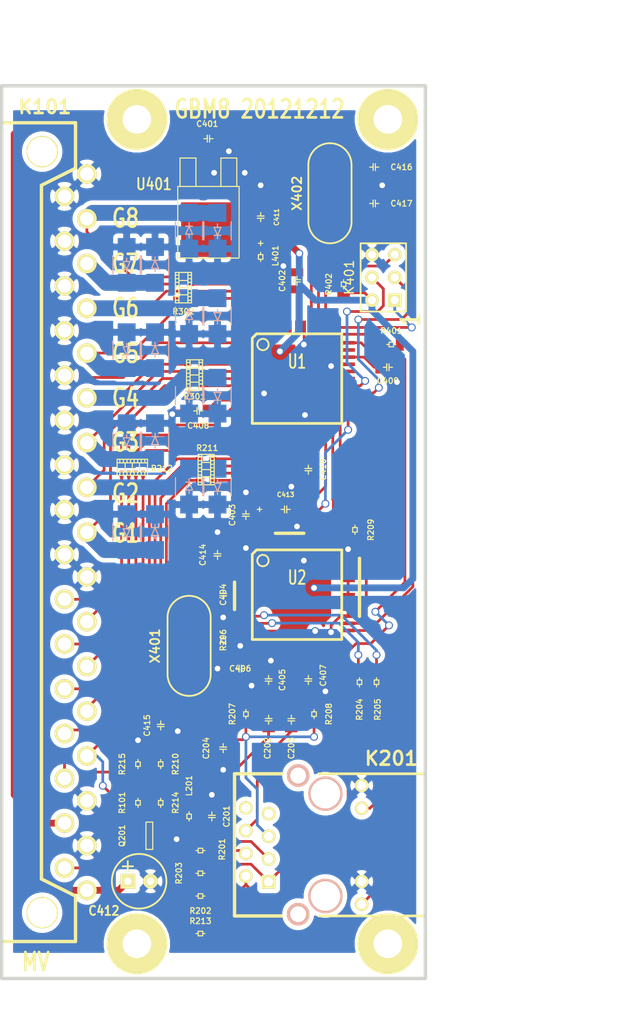
<source format=kicad_pcb>
(kicad_pcb (version 20171130) (host pcbnew "(5.1.5)-3")
  (title_block (title Gleisbesetztmelder\nGBM8) (date 2008-11-22) (rev "0424 - A") (company MV) (comment 1 "A  2012-12-12 MV"))
  (layers (0 F.Cu signal) (31 B.Cu signal) (34 B.Paste user) (35 F.Paste user) (36 B.SilkS user) (37 F.SilkS user) (38 B.Mask user) (39 F.Mask user) (44 Edge.Cuts user))
  (net 0 "")
  (net 1 +3.3V)
  (net 2 /BM1)
  (net 3 /BM2)
  (net 4 /BM3)
  (net 5 /BM4)
  (net 6 /BM5)
  (net 7 /BM6)
  (net 8 /BM7)
  (net 9 /BM8)
  (net 10 /G1)
  (net 11 /G2)
  (net 12 /G3)
  (net 13 /G4)
  (net 14 /G5)
  (net 15 /G6)
  (net 16 /G7)
  (net 17 /G8)
  (net 18 /Interface/CS)
  (net 19 /Interface/INT)
  (net 20 /Interface/MISO)
  (net 21 /Interface/MOSI)
  (net 22 /Interface/SCK)
  (net 23 /S1)
  (net 24 /S2)
  (net 25 /S3)
  (net 26 /S4)
  (net 27 /S5)
  (net 28 /S6)
  (net 29 /S7)
  (net 30 /S8)
  (net 31 CommRX)
  (net 32 CommTX)
  (net 33 D+/Tx)
  (net 34 D-/Rx)
  (net 35 GND)
  (net 36 Vin)
  (net 37 "Net-(C201-Pad2)")
  (net 38 "Net-(C202-Pad1)")
  (net 39 "Net-(C202-Pad2)")
  (net 40 "Net-(C203-Pad2)")
  (net 41 "Net-(C203-Pad1)")
  (net 42 "Net-(C204-Pad1)")
  (net 43 "Net-(C402-Pad1)")
  (net 44 "Net-(C413-Pad1)")
  (net 45 "Net-(C414-Pad1)")
  (net 46 "Net-(C415-Pad1)")
  (net 47 "Net-(C416-Pad1)")
  (net 48 "Net-(C417-Pad1)")
  (net 49 /Comm)
  (net 50 "Net-(K201-Pad1)")
  (net 51 "Net-(K201-Pad2)")
  (net 52 "Net-(K201-Pad13)")
  (net 53 "Net-(K201-PadYA)")
  (net 54 "Net-(K201-PadGA)")
  (net 55 "Net-(K201-Pad8)")
  (net 56 "Net-(K401-Pad1)")
  (net 57 "Net-(K401-Pad5)")
  (net 58 "Net-(L201-Pad2)")
  (net 59 "Net-(Q201-Pad2)")
  (net 60 "Net-(R204-Pad1)")
  (net 61 "Net-(R205-Pad1)")
  (net 62 "Net-(R206-Pad1)")
  (net 63 "Net-(R211-Pad3)")
  (net 64 "Net-(R211-Pad5)")
  (net 65 "Net-(R211-Pad1)")
  (net 66 "Net-(R211-Pad7)")
  (net 67 "Net-(R212-Pad7)")
  (net 68 "Net-(R212-Pad1)")
  (net 69 "Net-(R212-Pad5)")
  (net 70 "Net-(R212-Pad3)")
  (net 71 "Net-(R401-Pad2)")
  (net 72 "Net-(U1-Pad44)")
  (net 73 "Net-(U1-Pad20)")
  (net 74 "Net-(U1-Pad28)")
  (net 75 "Net-(U1-Pad29)")
  (net 76 "Net-(U1-Pad3)")
  (net 77 "Net-(U1-Pad2)")
  (net 78 "Net-(U1-Pad32)")
  (module HOLE_32 (layer F.Cu) (at 145.288 54.864)
    (fp_text reference HOLE (at 0 0) (layer F.SilkS) (effects (font (size 0.762 0.762) (thickness 0.1524))))
    (fp_text value Val** hide)
    (pad "" thru_hole circle (at 0 0) (size 6.4008 6.4008) (drill 3.2004) (layers *.Cu *.Mask F.SilkS))
  )
  (module HOLE_32 (layer F.Cu) (at 173.355 54.864)
    (fp_text reference HOLE (at 0 0) (layer F.SilkS) (effects (font (size 0.762 0.762) (thickness 0.1524))))
    (fp_text value Val** hide)
    (pad "" thru_hole circle (at 0 0) (size 6.4008 6.4008) (drill 3.2004) (layers *.Cu *.Mask F.SilkS))
  )
  (module HOLE_32 (layer F.Cu) (at 145.288 146.939)
    (fp_text reference HOLE (at 0 0) (layer F.SilkS) (effects (font (size 0.762 0.762) (thickness 0.1524))))
    (fp_text value Val** hide)
    (pad "" thru_hole circle (at 0 0) (size 6.4008 6.4008) (drill 3.2004) (layers *.Cu *.Mask F.SilkS))
  )
  (module HOLE_32 (layer F.Cu) (at 173.355 146.939)
    (fp_text reference HOLE (at 0 0) (layer F.SilkS) (effects (font (size 0.762 0.762) (thickness 0.1524))))
    (fp_text value Val** hide)
    (pad "" thru_hole circle (at 0 0) (size 6.4008 6.4008) (drill 3.2004) (layers *.Cu *.Mask F.SilkS))
  )
  (module base:C0805 (layer F.Cu) (at 153.67 132.715 270)
    (fp_text reference C201 (at 0 -1.651 270) (layer F.SilkS) (effects (font (size 0.635 0.635) (thickness 0.127))))
    (fp_text value 100nF hide)
    (pad 1 smd rect (at -0.9525 0 270) (size 0.889 1.397) (layers F.Cu F.Paste F.Mask) (net 35 GND))
    (pad 2 smd rect (at 0.9525 0 270) (size 0.889 1.397) (layers F.Cu F.Paste F.Mask) (net 37 "Net-(C201-Pad2)"))
  )
  (module base:C0805 (layer F.Cu) (at 160.02 121.92 270)
    (fp_text reference C202 (at 3.175 0.127 270) (layer F.SilkS) (effects (font (size 0.635 0.635) (thickness 0.127))))
    (fp_text value 6.8nF hide)
    (pad 1 smd rect (at -0.9525 0 270) (size 0.889 1.397) (layers F.Cu F.Paste F.Mask) (net 38 "Net-(C202-Pad1)"))
    (pad 2 smd rect (at 0.9525 0 270) (size 0.889 1.397) (layers F.Cu F.Paste F.Mask) (net 39 "Net-(C202-Pad2)"))
  )
  (module base:C0805 (layer F.Cu) (at 162.56 121.92 270)
    (fp_text reference C203 (at 3.175 0 270) (layer F.SilkS) (effects (font (size 0.635 0.635) (thickness 0.127))))
    (fp_text value 6.8nF hide)
    (pad 2 smd rect (at 0.9525 0 270) (size 0.889 1.397) (layers F.Cu F.Paste F.Mask) (net 40 "Net-(C203-Pad2)"))
    (pad 1 smd rect (at -0.9525 0 270) (size 0.889 1.397) (layers F.Cu F.Paste F.Mask) (net 41 "Net-(C203-Pad1)"))
  )
  (module base:C0805 (layer F.Cu) (at 154.94 125.095 270)
    (fp_text reference C204 (at 0 1.905 270) (layer F.SilkS) (effects (font (size 0.635 0.635) (thickness 0.127))))
    (fp_text value 100nF hide)
    (pad 2 smd rect (at 0.9525 0 270) (size 0.889 1.397) (layers F.Cu F.Paste F.Mask) (net 35 GND))
    (pad 1 smd rect (at -0.9525 0 270) (size 0.889 1.397) (layers F.Cu F.Paste F.Mask) (net 42 "Net-(C204-Pad1)"))
  )
  (module base:C0805 (layer F.Cu) (at 153.289 57.023)
    (fp_text reference C401 (at -0.127 -1.651) (layer F.SilkS) (effects (font (size 0.635 0.635) (thickness 0.127))))
    (fp_text value 100nF hide)
    (pad 1 smd rect (at -0.9525 0) (size 0.889 1.397) (layers F.Cu F.Paste F.Mask) (net 36 Vin))
    (pad 2 smd rect (at 0.9525 0) (size 0.889 1.397) (layers F.Cu F.Paste F.Mask) (net 35 GND))
  )
  (module base:C0805 (layer F.Cu) (at 163.195 72.898 90)
    (fp_text reference C402 (at 0 -1.651 90) (layer F.SilkS) (effects (font (size 0.635 0.635) (thickness 0.127))))
    (fp_text value 100nF hide)
    (pad 2 smd rect (at 0.9525 0 90) (size 0.889 1.397) (layers F.Cu F.Paste F.Mask) (net 35 GND))
    (pad 1 smd rect (at -0.9525 0 90) (size 0.889 1.397) (layers F.Cu F.Paste F.Mask) (net 43 "Net-(C402-Pad1)"))
  )
  (module base:C0805 (layer F.Cu) (at 157.48 99.06 90)
    (fp_text reference C403 (at 0 -1.524 90) (layer F.SilkS) (effects (font (size 0.635 0.635) (thickness 0.127))))
    (fp_text value 100nF hide)
    (pad 1 smd rect (at -0.9525 0 90) (size 0.889 1.397) (layers F.Cu F.Paste F.Mask) (net 1 +3.3V))
    (pad 2 smd rect (at 0.9525 0 90) (size 0.889 1.397) (layers F.Cu F.Paste F.Mask) (net 35 GND))
  )
  (module base:C0805 (layer F.Cu) (at 154.94 107.95 270)
    (fp_text reference C404 (at 0 0 270) (layer F.SilkS) (effects (font (size 0.635 0.635) (thickness 0.127))))
    (fp_text value 100nF hide)
    (pad 1 smd rect (at -0.9525 0 270) (size 0.889 1.397) (layers F.Cu F.Paste F.Mask) (net 1 +3.3V))
    (pad 2 smd rect (at 0.9525 0 270) (size 0.889 1.397) (layers F.Cu F.Paste F.Mask) (net 35 GND))
  )
  (module base:C0805 (layer F.Cu) (at 160.02 117.475 270)
    (fp_text reference C405 (at 0 -1.524 270) (layer F.SilkS) (effects (font (size 0.635 0.635) (thickness 0.127))))
    (fp_text value 100nF hide)
    (pad 2 smd rect (at 0.9525 0 270) (size 0.889 1.397) (layers F.Cu F.Paste F.Mask) (net 35 GND))
    (pad 1 smd rect (at -0.9525 0 270) (size 0.889 1.397) (layers F.Cu F.Paste F.Mask) (net 1 +3.3V))
  )
  (module base:C0805 (layer F.Cu) (at 156.845 116.205 180)
    (fp_text reference C406 (at 0 0 180) (layer F.SilkS) (effects (font (size 0.635 0.635) (thickness 0.127))))
    (fp_text value 100nF hide)
    (pad 1 smd rect (at -0.9525 0 180) (size 0.889 1.397) (layers F.Cu F.Paste F.Mask) (net 1 +3.3V))
    (pad 2 smd rect (at 0.9525 0 180) (size 0.889 1.397) (layers F.Cu F.Paste F.Mask) (net 35 GND))
  )
  (module base:C0805 (layer F.Cu) (at 164.465 117.475 270)
    (fp_text reference C407 (at -0.508 -1.651 270) (layer F.SilkS) (effects (font (size 0.635 0.635) (thickness 0.127))))
    (fp_text value 100nF hide)
    (pad 2 smd rect (at 0.9525 0 270) (size 0.889 1.397) (layers F.Cu F.Paste F.Mask) (net 35 GND))
    (pad 1 smd rect (at -0.9525 0 270) (size 0.889 1.397) (layers F.Cu F.Paste F.Mask) (net 1 +3.3V))
  )
  (module base:C0805 (layer F.Cu) (at 152.146 87.4268 180)
    (fp_text reference C408 (at 0 -1.651 180) (layer F.SilkS) (effects (font (size 0.635 0.635) (thickness 0.127))))
    (fp_text value 100nF hide)
    (pad 2 smd rect (at 0.9525 0 180) (size 0.889 1.397) (layers F.Cu F.Paste F.Mask) (net 35 GND))
    (pad 1 smd rect (at -0.9525 0 180) (size 0.889 1.397) (layers F.Cu F.Paste F.Mask) (net 1 +3.3V))
  )
  (module base:C0805 (layer F.Cu) (at 173.355 82.55)
    (fp_text reference C409 (at 0 1.524) (layer F.SilkS) (effects (font (size 0.635 0.635) (thickness 0.127))))
    (fp_text value 100nF hide)
    (pad 1 smd rect (at -0.9525 0) (size 0.889 1.397) (layers F.Cu F.Paste F.Mask) (net 1 +3.3V))
    (pad 2 smd rect (at 0.9525 0) (size 0.889 1.397) (layers F.Cu F.Paste F.Mask) (net 35 GND))
  )
  (module base:C0805 (layer F.Cu) (at 164.465 93.98 270)
    (fp_text reference C410 (at 0 -1.651 270) (layer F.SilkS) (effects (font (size 0.635 0.635) (thickness 0.127))))
    (fp_text value 100nF hide)
    (pad 2 smd rect (at 0.9525 0 270) (size 0.889 1.397) (layers F.Cu F.Paste F.Mask) (net 35 GND))
    (pad 1 smd rect (at -0.9525 0 270) (size 0.889 1.397) (layers F.Cu F.Paste F.Mask) (net 1 +3.3V))
  )
  (module base:C1206Pol (layer F.Cu) (at 159.131 65.786 270)
    (fp_text reference C411 (at 0 -1.778 270) (layer F.SilkS) (effects (font (size 0.50038 0.50038) (thickness 0.11938))))
    (fp_text value 10uF hide)
    (pad 2 smd rect (at -1.397 0 270) (size 1.6002 1.8034) (layers F.Cu F.Paste F.Mask) (net 35 GND))
    (pad 1 smd rect (at 1.397 0 270) (size 1.6002 1.8034) (layers F.Cu F.Paste F.Mask) (net 1 +3.3V))
  )
  (module base:C1V6 (layer F.Cu) (at 145.542 139.954)
    (fp_text reference C412 (at -3.937 3.302) (layer F.SilkS) (effects (font (size 1.016 0.889) (thickness 0.2032))))
    (fp_text value 33uF hide)
    (fp_text user + (at -1.27 -1.778) (layer F.SilkS) (effects (font (size 1.524 1.524) (thickness 0.2032))))
    (pad 1 thru_hole rect (at -1.27 0) (size 1.651 1.651) (drill 0.8128) (layers *.Cu *.Mask F.SilkS) (net 36 Vin))
    (pad 2 thru_hole circle (at 1.27 0) (size 1.651 1.651) (drill 0.8128) (layers *.Cu *.Mask F.SilkS) (net 35 GND))
  )
  (module base:C1206Pol (layer F.Cu) (at 161.925 98.425 180)
    (fp_text reference C413 (at 0 1.651 180) (layer F.SilkS) (effects (font (size 0.50038 0.50038) (thickness 0.11938))))
    (fp_text value 10uF hide)
    (pad 1 smd rect (at 1.397 0 180) (size 1.6002 1.8034) (layers F.Cu F.Paste F.Mask) (net 44 "Net-(C413-Pad1)"))
    (pad 2 smd rect (at -1.397 0 180) (size 1.6002 1.8034) (layers F.Cu F.Paste F.Mask) (net 35 GND))
  )
  (module base:C0805 (layer F.Cu) (at 154.305 103.505 90)
    (fp_text reference C414 (at 0 -1.651 90) (layer F.SilkS) (effects (font (size 0.635 0.635) (thickness 0.127))))
    (fp_text value 27pF hide)
    (pad 1 smd rect (at -0.9525 0 90) (size 0.889 1.397) (layers F.Cu F.Paste F.Mask) (net 45 "Net-(C414-Pad1)"))
    (pad 2 smd rect (at 0.9525 0 90) (size 0.889 1.397) (layers F.Cu F.Paste F.Mask) (net 35 GND))
  )
  (module base:C0805 (layer F.Cu) (at 147.955 122.555 270)
    (fp_text reference C415 (at 0 1.524 270) (layer F.SilkS) (effects (font (size 0.635 0.635) (thickness 0.127))))
    (fp_text value 27pF hide)
    (pad 2 smd rect (at 0.9525 0 270) (size 0.889 1.397) (layers F.Cu F.Paste F.Mask) (net 35 GND))
    (pad 1 smd rect (at -0.9525 0 270) (size 0.889 1.397) (layers F.Cu F.Paste F.Mask) (net 46 "Net-(C415-Pad1)"))
  )
  (module base:C0805 (layer F.Cu) (at 171.831 60.198)
    (fp_text reference C416 (at 3.048 0) (layer F.SilkS) (effects (font (size 0.635 0.635) (thickness 0.127))))
    (fp_text value 27pF hide)
    (pad 2 smd rect (at 0.9525 0) (size 0.889 1.397) (layers F.Cu F.Paste F.Mask) (net 35 GND))
    (pad 1 smd rect (at -0.9525 0) (size 0.889 1.397) (layers F.Cu F.Paste F.Mask) (net 47 "Net-(C416-Pad1)"))
  )
  (module base:C0805 (layer F.Cu) (at 171.831 64.262)
    (fp_text reference C417 (at 3.048 0) (layer F.SilkS) (effects (font (size 0.635 0.635) (thickness 0.127))))
    (fp_text value 27pF hide)
    (pad 1 smd rect (at -0.9525 0) (size 0.889 1.397) (layers F.Cu F.Paste F.Mask) (net 48 "Net-(C417-Pad1)"))
    (pad 2 smd rect (at 0.9525 0) (size 0.889 1.397) (layers F.Cu F.Paste F.Mask) (net 35 GND))
  )
  (module base:DSMA (layer B.Cu) (at 144.145 100.965 90)
    (fp_text reference D301 hide)
    (fp_text value DIODE hide)
    (pad 2 smd rect (at -1.99898 0 90) (size 1.99898 1.99898) (layers B.Cu B.Paste B.Mask) (net 10 /G1))
    (pad 1 smd rect (at 1.99898 0 90) (size 1.99898 1.99898) (layers B.Cu B.Paste B.Mask) (net 35 GND))
  )
  (module base:DSMA (layer B.Cu) (at 147.32 100.965 270)
    (fp_text reference D302 hide)
    (fp_text value DIODE hide)
    (pad 1 smd rect (at 1.99898 0 270) (size 1.99898 1.99898) (layers B.Cu B.Paste B.Mask) (net 10 /G1))
    (pad 2 smd rect (at -1.99898 0 270) (size 1.99898 1.99898) (layers B.Cu B.Paste B.Mask) (net 35 GND))
  )
  (module base:DSMA (layer B.Cu) (at 151.13 95.885 270)
    (fp_text reference D303 hide)
    (fp_text value DIODE hide)
    (pad 1 smd rect (at 1.99898 0 270) (size 1.99898 1.99898) (layers B.Cu B.Paste B.Mask) (net 35 GND))
    (pad 2 smd rect (at -1.99898 0 270) (size 1.99898 1.99898) (layers B.Cu B.Paste B.Mask) (net 11 /G2))
  )
  (module base:DSMA (layer B.Cu) (at 154.305 95.885 90)
    (fp_text reference D304 hide)
    (fp_text value DIODE hide)
    (pad 2 smd rect (at -1.99898 0 90) (size 1.99898 1.99898) (layers B.Cu B.Paste B.Mask) (net 35 GND))
    (pad 1 smd rect (at 1.99898 0 90) (size 1.99898 1.99898) (layers B.Cu B.Paste B.Mask) (net 11 /G2))
  )
  (module base:DSMA (layer B.Cu) (at 144.145 90.805 90)
    (fp_text reference D305 hide)
    (fp_text value DIODE hide)
    (pad 2 smd rect (at -1.99898 0 90) (size 1.99898 1.99898) (layers B.Cu B.Paste B.Mask) (net 12 /G3))
    (pad 1 smd rect (at 1.99898 0 90) (size 1.99898 1.99898) (layers B.Cu B.Paste B.Mask) (net 35 GND))
  )
  (module base:DSMA (layer B.Cu) (at 147.32 90.805 270)
    (fp_text reference D306 hide)
    (fp_text value DIODE hide)
    (pad 1 smd rect (at 1.99898 0 270) (size 1.99898 1.99898) (layers B.Cu B.Paste B.Mask) (net 12 /G3))
    (pad 2 smd rect (at -1.99898 0 270) (size 1.99898 1.99898) (layers B.Cu B.Paste B.Mask) (net 35 GND))
  )
  (module base:DSMA (layer B.Cu) (at 151.13 85.725 270)
    (fp_text reference D307 hide)
    (fp_text value DIODE hide)
    (pad 2 smd rect (at -1.99898 0 270) (size 1.99898 1.99898) (layers B.Cu B.Paste B.Mask) (net 13 /G4))
    (pad 1 smd rect (at 1.99898 0 270) (size 1.99898 1.99898) (layers B.Cu B.Paste B.Mask) (net 35 GND))
  )
  (module base:DSMA (layer B.Cu) (at 154.305 85.725 90)
    (fp_text reference D308 hide)
    (fp_text value DIODE hide)
    (pad 2 smd rect (at -1.99898 0 90) (size 1.99898 1.99898) (layers B.Cu B.Paste B.Mask) (net 35 GND))
    (pad 1 smd rect (at 1.99898 0 90) (size 1.99898 1.99898) (layers B.Cu B.Paste B.Mask) (net 13 /G4))
  )
  (module base:DSMA (layer B.Cu) (at 144.145 80.645 90)
    (fp_text reference D309 hide)
    (fp_text value DIODE hide)
    (pad 2 smd rect (at -1.99898 0 90) (size 1.99898 1.99898) (layers B.Cu B.Paste B.Mask) (net 14 /G5))
    (pad 1 smd rect (at 1.99898 0 90) (size 1.99898 1.99898) (layers B.Cu B.Paste B.Mask) (net 35 GND))
  )
  (module base:DSMA (layer B.Cu) (at 147.32 80.645 270)
    (fp_text reference D310 hide)
    (fp_text value DIODE hide)
    (pad 1 smd rect (at 1.99898 0 270) (size 1.99898 1.99898) (layers B.Cu B.Paste B.Mask) (net 14 /G5))
    (pad 2 smd rect (at -1.99898 0 270) (size 1.99898 1.99898) (layers B.Cu B.Paste B.Mask) (net 35 GND))
  )
  (module base:DSMA (layer B.Cu) (at 151.13 76.835 270)
    (fp_text reference D311 hide)
    (fp_text value DIODE hide)
    (pad 1 smd rect (at 1.99898 0 270) (size 1.99898 1.99898) (layers B.Cu B.Paste B.Mask) (net 35 GND))
    (pad 2 smd rect (at -1.99898 0 270) (size 1.99898 1.99898) (layers B.Cu B.Paste B.Mask) (net 15 /G6))
  )
  (module base:DSMA (layer B.Cu) (at 154.305 76.835 90)
    (fp_text reference D312 hide)
    (fp_text value DIODE hide)
    (pad 2 smd rect (at -1.99898 0 90) (size 1.99898 1.99898) (layers B.Cu B.Paste B.Mask) (net 35 GND))
    (pad 1 smd rect (at 1.99898 0 90) (size 1.99898 1.99898) (layers B.Cu B.Paste B.Mask) (net 15 /G6))
  )
  (module base:DSMA (layer B.Cu) (at 144.145 71.12 90)
    (fp_text reference D313 hide)
    (fp_text value DIODE hide)
    (pad 2 smd rect (at -1.99898 0 90) (size 1.99898 1.99898) (layers B.Cu B.Paste B.Mask) (net 16 /G7))
    (pad 1 smd rect (at 1.99898 0 90) (size 1.99898 1.99898) (layers B.Cu B.Paste B.Mask) (net 35 GND))
  )
  (module base:DSMA (layer B.Cu) (at 147.32 71.12 270)
    (fp_text reference D314 hide)
    (fp_text value DIODE hide)
    (pad 1 smd rect (at 1.99898 0 270) (size 1.99898 1.99898) (layers B.Cu B.Paste B.Mask) (net 16 /G7))
    (pad 2 smd rect (at -1.99898 0 270) (size 1.99898 1.99898) (layers B.Cu B.Paste B.Mask) (net 35 GND))
  )
  (module base:DSMA (layer B.Cu) (at 151.13 67.31 270)
    (fp_text reference D315 hide)
    (fp_text value DIODE hide)
    (pad 1 smd rect (at 1.99898 0 270) (size 1.99898 1.99898) (layers B.Cu B.Paste B.Mask) (net 35 GND))
    (pad 2 smd rect (at -1.99898 0 270) (size 1.99898 1.99898) (layers B.Cu B.Paste B.Mask) (net 17 /G8))
  )
  (module base:DSMA (layer B.Cu) (at 154.305 67.31 90)
    (fp_text reference D316 hide)
    (fp_text value DIODE hide)
    (pad 1 smd rect (at 1.99898 0 90) (size 1.99898 1.99898) (layers B.Cu B.Paste B.Mask) (net 17 /G8))
    (pad 2 smd rect (at -1.99898 0 90) (size 1.99898 1.99898) (layers B.Cu B.Paste B.Mask) (net 35 GND))
  )
  (module base:DIN41617-31-spec (layer F.Cu) (at 139.7 100.965 270)
    (fp_text reference K101 (at -47.498 4.699) (layer F.SilkS) (effects (font (size 1.524 1.524) (thickness 0.3048))))
    (fp_text value CONN_31-SPEC hide)
    (pad 32 thru_hole circle (at -39.99992 0 270) (size 2.19964 2.19964) (drill 1.50114) (layers *.Cu *.Mask F.SilkS) (net 35 GND))
    (pad 0 thru_hole circle (at 39.99992 0 270) (size 2.19964 2.19964) (drill 1.50114) (layers *.Cu *.Mask F.SilkS) (net 36 Vin))
    (pad H2 thru_hole circle (at 42.50182 5.00126 270) (size 3.50012 3.50012) (drill 3.2004) (layers *.Cu *.Mask F.SilkS))
    (pad 31 thru_hole circle (at -37.50056 2.49936 270) (size 2.19964 2.19964) (drill 1.50114) (layers *.Cu *.Mask F.SilkS) (net 35 GND))
    (pad 15 thru_hole circle (at 2.49936 2.5019 270) (size 2.19964 2.19964) (drill 1.50114) (layers *.Cu *.Mask F.SilkS) (net 35 GND))
    (pad 13 thru_hole circle (at 7.50062 2.5019 270) (size 2.19964 2.19964) (drill 1.50114) (layers *.Cu *.Mask F.SilkS) (net 9 /BM8))
    (pad 9 thru_hole circle (at 17.5006 2.5019 270) (size 2.19964 2.19964) (drill 1.50114) (layers *.Cu *.Mask F.SilkS) (net 5 /BM4))
    (pad 11 thru_hole circle (at 12.49934 2.5019 270) (size 2.19964 2.19964) (drill 1.50114) (layers *.Cu *.Mask F.SilkS) (net 7 /BM6))
    (pad 3 thru_hole circle (at 32.4993 2.5019 270) (size 2.19964 2.19964) (drill 1.50114) (layers *.Cu *.Mask F.SilkS) (net 36 Vin))
    (pad 1 thru_hole circle (at 37.50056 2.5019 270) (size 2.19964 2.19964) (drill 1.50114) (layers *.Cu *.Mask F.SilkS) (net 49 /Comm))
    (pad 5 thru_hole circle (at 27.50058 2.5019 270) (size 2.19964 2.19964) (drill 1.50114) (layers *.Cu *.Mask F.SilkS) (net 2 /BM1))
    (pad 7 thru_hole circle (at 22.49932 2.5019 270) (size 2.19964 2.19964) (drill 1.50114) (layers *.Cu *.Mask F.SilkS) (net 3 /BM2))
    (pad 23 thru_hole circle (at -17.5006 2.5019 270) (size 2.19964 2.19964) (drill 1.50114) (layers *.Cu *.Mask F.SilkS) (net 35 GND))
    (pad 21 thru_hole circle (at -12.49934 2.5019 270) (size 2.19964 2.19964) (drill 1.50114) (layers *.Cu *.Mask F.SilkS) (net 35 GND))
    (pad 17 thru_hole circle (at -2.49936 2.5019 270) (size 2.19964 2.19964) (drill 1.50114) (layers *.Cu *.Mask F.SilkS) (net 35 GND))
    (pad 19 thru_hole circle (at -7.50062 2.5019 270) (size 2.19964 2.19964) (drill 1.50114) (layers *.Cu *.Mask F.SilkS) (net 35 GND))
    (pad 27 thru_hole circle (at -27.50058 2.5019 270) (size 2.19964 2.19964) (drill 1.50114) (layers *.Cu *.Mask F.SilkS) (net 35 GND))
    (pad 25 thru_hole circle (at -22.49932 2.5019 270) (size 2.19964 2.19964) (drill 1.50114) (layers *.Cu *.Mask F.SilkS) (net 35 GND))
    (pad 29 thru_hole circle (at -32.4993 2.5019 270) (size 2.19964 2.19964) (drill 1.50114) (layers *.Cu *.Mask F.SilkS) (net 35 GND))
    (pad 30 thru_hole circle (at -34.99866 0 270) (size 2.19964 2.19964) (drill 1.50114) (layers *.Cu *.Mask F.SilkS) (net 17 /G8))
    (pad 26 thru_hole circle (at -24.99868 0 270) (size 2.19964 2.19964) (drill 1.50114) (layers *.Cu *.Mask F.SilkS) (net 15 /G6))
    (pad 28 thru_hole circle (at -29.99994 0 270) (size 2.19964 2.19964) (drill 1.50114) (layers *.Cu *.Mask F.SilkS) (net 16 /G7))
    (pad 20 thru_hole circle (at -9.99998 0 270) (size 2.19964 2.19964) (drill 1.50114) (layers *.Cu *.Mask F.SilkS) (net 12 /G3))
    (pad 18 thru_hole circle (at -4.99872 0 270) (size 2.19964 2.19964) (drill 1.50114) (layers *.Cu *.Mask F.SilkS) (net 11 /G2))
    (pad 22 thru_hole circle (at -14.9987 0 270) (size 2.19964 2.19964) (drill 1.50114) (layers *.Cu *.Mask F.SilkS) (net 13 /G4))
    (pad 24 thru_hole circle (at -19.99996 0 270) (size 2.19964 2.19964) (drill 1.50114) (layers *.Cu *.Mask F.SilkS) (net 14 /G5))
    (pad 8 thru_hole circle (at 19.99996 0 270) (size 2.19964 2.19964) (drill 1.50114) (layers *.Cu *.Mask F.SilkS) (net 4 /BM3))
    (pad 6 thru_hole circle (at 25.00122 0 270) (size 2.19964 2.19964) (drill 1.50114) (layers *.Cu *.Mask F.SilkS) (net 2 /BM1))
    (pad 2 thru_hole circle (at 35.0012 0 270) (size 2.19964 2.19964) (drill 1.50114) (layers *.Cu *.Mask F.SilkS) (net 35 GND))
    (pad 4 thru_hole circle (at 29.99994 0 270) (size 2.19964 2.19964) (drill 1.50114) (layers *.Cu *.Mask F.SilkS) (net 35 GND))
    (pad 12 thru_hole circle (at 9.99998 0 270) (size 2.19964 2.19964) (drill 1.50114) (layers *.Cu *.Mask F.SilkS) (net 8 /BM7))
    (pad 10 thru_hole circle (at 15.00124 0 270) (size 2.19964 2.19964) (drill 1.50114) (layers *.Cu *.Mask F.SilkS) (net 6 /BM5))
    (pad 14 thru_hole circle (at 5.00126 0 270) (size 2.19964 2.19964) (drill 1.50114) (layers *.Cu *.Mask F.SilkS) (net 35 GND))
    (pad 16 thru_hole circle (at 0 0 270) (size 2.19964 2.19964) (drill 1.50114) (layers *.Cu *.Mask F.SilkS) (net 10 /G1))
    (pad H1 thru_hole circle (at -42.49928 5.00126 270) (size 3.50012 3.50012) (drill 3.2004) (layers *.Cu *.Mask F.SilkS))
  )
  (module base:RJ45_Magjack (layer F.Cu) (at 157.48 135.89 90)
    (fp_text reference K201 (at 9.652 16.256 180) (layer F.SilkS) (effects (font (size 1.524 1.524) (thickness 0.3048))))
    (fp_text value RJ45-MAGJACK hide)
    (pad Hole thru_hole circle (at 5.715 8.89 90) (size 3.85064 3.85064) (drill 3.302) (layers *.Cu *.SilkS *.Mask))
    (pad Hole thru_hole circle (at -5.715 8.89 90) (size 3.85064 3.85064) (drill 3.302) (layers *.Cu *.SilkS *.Mask))
    (pad 1 thru_hole rect (at -4.1275 2.54 90) (size 1.524 1.524) (drill 1.016) (layers *.Cu *.Mask F.SilkS) (net 50 "Net-(K201-Pad1)"))
    (pad 2 thru_hole circle (at -3.4925 0 90) (size 1.524 1.524) (drill 1.016) (layers *.Cu *.Mask F.SilkS) (net 51 "Net-(K201-Pad2)"))
    (pad 3 thru_hole circle (at -1.5875 2.54 90) (size 1.524 1.524) (drill 1.016) (layers *.Cu *.Mask F.SilkS) (net 39 "Net-(C202-Pad2)"))
    (pad 4 thru_hole circle (at -0.9525 0 90) (size 1.524 1.524) (drill 1.016) (layers *.Cu *.Mask F.SilkS) (net 37 "Net-(C201-Pad2)"))
    (pad 5 thru_hole circle (at 0.9525 2.54 90) (size 1.524 1.524) (drill 1.016) (layers *.Cu *.Mask F.SilkS) (net 42 "Net-(C204-Pad1)"))
    (pad 6 thru_hole circle (at 1.5875 0 90) (size 1.524 1.524) (drill 1.016) (layers *.Cu *.Mask F.SilkS) (net 40 "Net-(C203-Pad2)"))
    (pad 7 thru_hole circle (at 3.4925 2.54 90) (size 1.524 1.524) (drill 1.016) (layers *.Cu *.Mask F.SilkS))
    (pad 13 thru_hole circle (at 7.74446 5.842 90) (size 2.54 2.54) (drill 1.778) (layers *.Cu *.SilkS *.Mask) (net 52 "Net-(K201-Pad13)"))
    (pad 13 thru_hole circle (at -7.74446 5.842 90) (size 2.54 2.54) (drill 1.778) (layers *.Cu *.SilkS *.Mask) (net 52 "Net-(K201-Pad13)"))
    (pad GK thru_hole circle (at -4.0894 12.94892 90) (size 1.524 1.524) (drill 1.016) (layers *.Cu *.Mask F.SilkS) (net 35 GND))
    (pad YA thru_hole circle (at 4.0894 12.94892 90) (size 1.524 1.524) (drill 1.016) (layers *.Cu *.Mask F.SilkS) (net 53 "Net-(K201-PadYA)"))
    (pad GA thru_hole circle (at -6.6294 12.94892 90) (size 1.524 1.524) (drill 1.016) (layers *.Cu *.Mask F.SilkS) (net 54 "Net-(K201-PadGA)"))
    (pad YK thru_hole circle (at 6.6294 12.94892 90) (size 1.524 1.524) (drill 1.016) (layers *.Cu *.Mask F.SilkS) (net 35 GND))
    (pad 8 thru_hole circle (at 4.1275 0 90) (size 1.524 1.524) (drill 1.016) (layers *.Cu *.Mask F.SilkS) (net 55 "Net-(K201-Pad8)"))
  )
  (module base:header_3x2 (layer F.Cu) (at 172.847 72.517 90)
    (fp_text reference K401 (at 0 -3.81 90) (layer F.SilkS) (effects (font (size 1.016 1.016) (thickness 0.1524))))
    (fp_text value ISP6 hide)
    (pad 1 thru_hole rect (at -2.54 1.27 90) (size 1.524 1.524) (drill 0.89916) (layers *.Cu *.Mask F.SilkS) (net 56 "Net-(K401-Pad1)"))
    (pad 2 thru_hole circle (at -2.54 -1.27 90) (size 1.524 1.524) (drill 0.89916) (layers *.Cu *.Mask F.SilkS) (net 1 +3.3V))
    (pad 3 thru_hole circle (at 0 1.27 90) (size 1.524 1.524) (drill 0.89916) (layers *.Cu *.Mask F.SilkS) (net 34 D-/Rx))
    (pad 4 thru_hole circle (at 0 -1.27 90) (size 1.524 1.524) (drill 0.89916) (layers *.Cu *.Mask F.SilkS) (net 33 D+/Tx))
    (pad 5 thru_hole circle (at 2.54 1.27 90) (size 1.524 1.524) (drill 0.89916) (layers *.Cu *.Mask F.SilkS) (net 57 "Net-(K401-Pad5)"))
    (pad 6 thru_hole circle (at 2.54 -1.27 90) (size 1.524 1.524) (drill 0.89916) (layers *.Cu *.Mask F.SilkS) (net 35 GND))
  )
  (module base:R0805 (layer F.Cu) (at 151.13 132.715 270)
    (fp_text reference L201 (at -3.429 0 270) (layer F.SilkS) (effects (font (size 0.635 0.635) (thickness 0.127))))
    (fp_text value "EMI Filter Bead" hide)
    (pad 2 smd rect (at 0.9525 0 270) (size 0.889 1.397) (layers F.Cu F.Paste F.Mask) (net 58 "Net-(L201-Pad2)"))
    (pad 1 smd rect (at -0.9525 0 270) (size 0.889 1.397) (layers F.Cu F.Paste F.Mask) (net 1 +3.3V))
  )
  (module base:R0805 (layer F.Cu) (at 159.131 70.231 270)
    (fp_text reference L401 (at -0.127 -1.651 270) (layer F.SilkS) (effects (font (size 0.635 0.635) (thickness 0.127))))
    (fp_text value 10uH hide)
    (pad 2 smd rect (at 0.9525 0 270) (size 0.889 1.397) (layers F.Cu F.Paste F.Mask) (net 43 "Net-(C402-Pad1)"))
    (pad 1 smd rect (at -0.9525 0 270) (size 0.889 1.397) (layers F.Cu F.Paste F.Mask) (net 1 +3.3V))
  )
  (module base:SOT23EBC (layer F.Cu) (at 146.685 134.874 270)
    (fp_text reference Q201 (at 0 3.048 270) (layer F.SilkS) (effects (font (size 0.635 0.635) (thickness 0.127))))
    (fp_text value BC848 hide)
    (pad 1 smd rect (at -0.889 -1.016 270) (size 0.9144 0.9144) (layers F.Cu F.Paste F.Mask) (net 35 GND))
    (pad 2 smd rect (at 0.889 -1.016 270) (size 0.9144 0.9144) (layers F.Cu F.Paste F.Mask) (net 59 "Net-(Q201-Pad2)"))
    (pad 3 smd rect (at 0 1.016 270) (size 0.9144 0.9144) (layers F.Cu F.Paste F.Mask) (net 49 /Comm))
  )
  (module base:R0805 (layer F.Cu) (at 145.415 131.191 90)
    (fp_text reference R101 (at 0 -1.778 90) (layer F.SilkS) (effects (font (size 0.635 0.635) (thickness 0.127))))
    (fp_text value 0R hide)
    (pad 2 smd rect (at 0.9525 0 90) (size 0.889 1.397) (layers F.Cu F.Paste F.Mask) (net 2 /BM1))
    (pad 1 smd rect (at -0.9525 0 90) (size 0.889 1.397) (layers F.Cu F.Paste F.Mask) (net 49 /Comm))
  )
  (module base:R0805 (layer F.Cu) (at 152.4 136.525)
    (fp_text reference R201 (at 2.413 -0.127 90) (layer F.SilkS) (effects (font (size 0.635 0.635) (thickness 0.127))))
    (fp_text value 10R hide)
    (pad 1 smd rect (at -0.9525 0) (size 0.889 1.397) (layers F.Cu F.Paste F.Mask) (net 58 "Net-(L201-Pad2)"))
    (pad 2 smd rect (at 0.9525 0) (size 0.889 1.397) (layers F.Cu F.Paste F.Mask) (net 37 "Net-(C201-Pad2)"))
  )
  (module base:R0805 (layer F.Cu) (at 152.4 141.605)
    (fp_text reference R202 (at 0 1.651) (layer F.SilkS) (effects (font (size 0.635 0.635) (thickness 0.127))))
    (fp_text value 50R hide)
    (pad 2 smd rect (at 0.9525 0) (size 0.889 1.397) (layers F.Cu F.Paste F.Mask) (net 51 "Net-(K201-Pad2)"))
    (pad 1 smd rect (at -0.9525 0) (size 0.889 1.397) (layers F.Cu F.Paste F.Mask) (net 58 "Net-(L201-Pad2)"))
  )
  (module base:R0805 (layer F.Cu) (at 152.4 139.065)
    (fp_text reference R203 (at -2.413 0 90) (layer F.SilkS) (effects (font (size 0.635 0.635) (thickness 0.127))))
    (fp_text value 50R hide)
    (pad 1 smd rect (at -0.9525 0) (size 0.889 1.397) (layers F.Cu F.Paste F.Mask) (net 58 "Net-(L201-Pad2)"))
    (pad 2 smd rect (at 0.9525 0) (size 0.889 1.397) (layers F.Cu F.Paste F.Mask) (net 50 "Net-(K201-Pad1)"))
  )
  (module base:R0805 (layer F.Cu) (at 170.18 117.729 270)
    (fp_text reference R204 (at 3.048 0 270) (layer F.SilkS) (effects (font (size 0.635 0.635) (thickness 0.127))))
    (fp_text value 330R hide)
    (pad 1 smd rect (at -0.9525 0 270) (size 0.889 1.397) (layers F.Cu F.Paste F.Mask) (net 60 "Net-(R204-Pad1)"))
    (pad 2 smd rect (at 0.9525 0 270) (size 0.889 1.397) (layers F.Cu F.Paste F.Mask) (net 53 "Net-(K201-PadYA)"))
  )
  (module base:R0805 (layer F.Cu) (at 172.085 117.729 270)
    (fp_text reference R205 (at 3.048 -0.127 270) (layer F.SilkS) (effects (font (size 0.635 0.635) (thickness 0.127))))
    (fp_text value 330R hide)
    (pad 2 smd rect (at 0.9525 0 270) (size 0.889 1.397) (layers F.Cu F.Paste F.Mask) (net 54 "Net-(K201-PadGA)"))
    (pad 1 smd rect (at -0.9525 0 270) (size 0.889 1.397) (layers F.Cu F.Paste F.Mask) (net 61 "Net-(R205-Pad1)"))
  )
  (module base:R0805 (layer F.Cu) (at 154.94 113.03 270)
    (fp_text reference R206 (at 0 0 270) (layer F.SilkS) (effects (font (size 0.635 0.635) (thickness 0.127))))
    (fp_text value 12k4 hide)
    (pad 1 smd rect (at -0.9525 0 270) (size 0.889 1.397) (layers F.Cu F.Paste F.Mask) (net 62 "Net-(R206-Pad1)"))
    (pad 2 smd rect (at 0.9525 0 270) (size 0.889 1.397) (layers F.Cu F.Paste F.Mask) (net 35 GND))
  )
  (module base:R0805 (layer F.Cu) (at 157.48 121.285 270)
    (fp_text reference R207 (at 0 1.524 270) (layer F.SilkS) (effects (font (size 0.635 0.635) (thickness 0.127))))
    (fp_text value 50R hide)
    (pad 1 smd rect (at -0.9525 0 270) (size 0.889 1.397) (layers F.Cu F.Paste F.Mask) (net 38 "Net-(C202-Pad1)"))
    (pad 2 smd rect (at 0.9525 0 270) (size 0.889 1.397) (layers F.Cu F.Paste F.Mask) (net 42 "Net-(C204-Pad1)"))
  )
  (module base:R0805 (layer F.Cu) (at 165.1 121.285 270)
    (fp_text reference R208 (at 0 -1.651 270) (layer F.SilkS) (effects (font (size 0.635 0.635) (thickness 0.127))))
    (fp_text value 50R hide)
    (pad 2 smd rect (at 0.9525 0 270) (size 0.889 1.397) (layers F.Cu F.Paste F.Mask) (net 42 "Net-(C204-Pad1)"))
    (pad 1 smd rect (at -0.9525 0 270) (size 0.889 1.397) (layers F.Cu F.Paste F.Mask) (net 41 "Net-(C203-Pad1)"))
  )
  (module base:R0805 (layer F.Cu) (at 169.672 100.711 270)
    (fp_text reference R209 (at 0 -1.778 270) (layer F.SilkS) (effects (font (size 0.635 0.635) (thickness 0.127))))
    (fp_text value 100k hide)
    (pad 2 smd rect (at 0.9525 0 270) (size 0.889 1.397) (layers F.Cu F.Paste F.Mask) (net 19 /Interface/INT))
    (pad 1 smd rect (at -0.9525 0 270) (size 0.889 1.397) (layers F.Cu F.Paste F.Mask) (net 1 +3.3V))
  )
  (module base:R0805 (layer F.Cu) (at 147.955 126.873 270)
    (fp_text reference R210 (at 0 -1.651 270) (layer F.SilkS) (effects (font (size 0.635 0.635) (thickness 0.127))))
    (fp_text value 10k hide)
    (pad 2 smd rect (at 0.9525 0 270) (size 0.889 1.397) (layers F.Cu F.Paste F.Mask) (net 31 CommRX))
    (pad 1 smd rect (at -0.9525 0 270) (size 0.889 1.397) (layers F.Cu F.Paste F.Mask) (net 1 +3.3V))
  )
  (module base:R1206x4 (layer F.Cu) (at 153.035 93.98)
    (fp_text reference R211 (at 0.127 -2.413) (layer F.SilkS) (effects (font (size 0.635 0.635) (thickness 0.127))))
    (fp_text value 1k hide)
    (pad 3 smd rect (at 0.762 0.39878) (size 0.762 0.4318) (layers F.Cu F.Paste F.Mask) (net 63 "Net-(R211-Pad3)"))
    (pad 4 smd rect (at -0.762 0.39878) (size 0.762 0.4318) (layers F.Cu F.Paste F.Mask) (net 3 /BM2))
    (pad 5 smd rect (at 0.762 -0.39878) (size 0.762 0.4318) (layers F.Cu F.Paste F.Mask) (net 64 "Net-(R211-Pad5)"))
    (pad 6 smd rect (at -0.762 -0.39878) (size 0.762 0.4318) (layers F.Cu F.Paste F.Mask) (net 4 /BM3))
    (pad 1 smd rect (at 0.762 1.19888) (size 0.762 0.4318) (layers F.Cu F.Paste F.Mask) (net 65 "Net-(R211-Pad1)"))
    (pad 7 smd rect (at 0.762 -1.19888) (size 0.762 0.4318) (layers F.Cu F.Paste F.Mask) (net 66 "Net-(R211-Pad7)"))
    (pad 8 smd rect (at -0.762 -1.19888) (size 0.762 0.4318) (layers F.Cu F.Paste F.Mask) (net 5 /BM4))
    (pad 2 smd rect (at -0.762 1.19888) (size 0.762 0.4318) (layers F.Cu F.Paste F.Mask) (net 2 /BM1))
  )
  (module base:R1206x4 (layer F.Cu) (at 144.78 93.726 90)
    (fp_text reference R212 (at -0.127 3.302 180) (layer F.SilkS) (effects (font (size 0.635 0.635) (thickness 0.127))))
    (fp_text value 1k hide)
    (pad 2 smd rect (at -0.762 1.19888 90) (size 0.762 0.4318) (layers F.Cu F.Paste F.Mask) (net 6 /BM5))
    (pad 8 smd rect (at -0.762 -1.19888 90) (size 0.762 0.4318) (layers F.Cu F.Paste F.Mask) (net 9 /BM8))
    (pad 7 smd rect (at 0.762 -1.19888 90) (size 0.762 0.4318) (layers F.Cu F.Paste F.Mask) (net 67 "Net-(R212-Pad7)"))
    (pad 1 smd rect (at 0.762 1.19888 90) (size 0.762 0.4318) (layers F.Cu F.Paste F.Mask) (net 68 "Net-(R212-Pad1)"))
    (pad 6 smd rect (at -0.762 -0.39878 90) (size 0.762 0.4318) (layers F.Cu F.Paste F.Mask) (net 8 /BM7))
    (pad 5 smd rect (at 0.762 -0.39878 90) (size 0.762 0.4318) (layers F.Cu F.Paste F.Mask) (net 69 "Net-(R212-Pad5)"))
    (pad 4 smd rect (at -0.762 0.39878 90) (size 0.762 0.4318) (layers F.Cu F.Paste F.Mask) (net 7 /BM6))
    (pad 3 smd rect (at 0.762 0.39878 90) (size 0.762 0.4318) (layers F.Cu F.Paste F.Mask) (net 70 "Net-(R212-Pad3)"))
  )
  (module base:R0805 (layer F.Cu) (at 152.4 145.796)
    (fp_text reference R213 (at 0 -1.397) (layer F.SilkS) (effects (font (size 0.635 0.635) (thickness 0.127))))
    (fp_text value 1k hide)
    (pad 1 smd rect (at -0.9525 0) (size 0.889 1.397) (layers F.Cu F.Paste F.Mask) (net 59 "Net-(Q201-Pad2)"))
    (pad 2 smd rect (at 0.9525 0) (size 0.889 1.397) (layers F.Cu F.Paste F.Mask) (net 32 CommTX))
  )
  (module base:R0805 (layer F.Cu) (at 147.955 131.191 90)
    (fp_text reference R214 (at 0 1.651 90) (layer F.SilkS) (effects (font (size 0.635 0.635) (thickness 0.127))))
    (fp_text value 68k hide)
    (pad 1 smd rect (at -0.9525 0 90) (size 0.889 1.397) (layers F.Cu F.Paste F.Mask) (net 49 /Comm))
    (pad 2 smd rect (at 0.9525 0 90) (size 0.889 1.397) (layers F.Cu F.Paste F.Mask) (net 31 CommRX))
  )
  (module base:R0805 (layer F.Cu) (at 145.415 126.873 90)
    (fp_text reference R215 (at 0 -1.778 90) (layer F.SilkS) (effects (font (size 0.635 0.635) (thickness 0.127))))
    (fp_text value 10k hide)
    (pad 1 smd rect (at -0.9525 0 90) (size 0.889 1.397) (layers F.Cu F.Paste F.Mask) (net 31 CommRX))
    (pad 2 smd rect (at 0.9525 0 90) (size 0.889 1.397) (layers F.Cu F.Paste F.Mask) (net 35 GND))
  )
  (module base:R1206x4 (layer F.Cu) (at 151.7396 83.4136 180)
    (fp_text reference R301 (at 0 -2.413 180) (layer F.SilkS) (effects (font (size 0.635 0.635) (thickness 0.127))))
    (fp_text value 1k hide)
    (pad 3 smd rect (at 0.762 0.39878 180) (size 0.762 0.4318) (layers F.Cu F.Paste F.Mask) (net 12 /G3))
    (pad 4 smd rect (at -0.762 0.39878 180) (size 0.762 0.4318) (layers F.Cu F.Paste F.Mask) (net 25 /S3))
    (pad 5 smd rect (at 0.762 -0.39878 180) (size 0.762 0.4318) (layers F.Cu F.Paste F.Mask) (net 11 /G2))
    (pad 6 smd rect (at -0.762 -0.39878 180) (size 0.762 0.4318) (layers F.Cu F.Paste F.Mask) (net 24 /S2))
    (pad 1 smd rect (at 0.762 1.19888 180) (size 0.762 0.4318) (layers F.Cu F.Paste F.Mask) (net 13 /G4))
    (pad 7 smd rect (at 0.762 -1.19888 180) (size 0.762 0.4318) (layers F.Cu F.Paste F.Mask) (net 10 /G1))
    (pad 8 smd rect (at -0.762 -1.19888 180) (size 0.762 0.4318) (layers F.Cu F.Paste F.Mask) (net 23 /S1))
    (pad 2 smd rect (at -0.762 1.19888 180) (size 0.762 0.4318) (layers F.Cu F.Paste F.Mask) (net 26 /S4))
  )
  (module base:R1206x4 (layer F.Cu) (at 150.495 73.66 180)
    (fp_text reference R302 (at 0 -2.667 180) (layer F.SilkS) (effects (font (size 0.635 0.635) (thickness 0.127))))
    (fp_text value 1k hide)
    (pad 2 smd rect (at -0.762 1.19888 180) (size 0.762 0.4318) (layers F.Cu F.Paste F.Mask) (net 30 /S8))
    (pad 8 smd rect (at -0.762 -1.19888 180) (size 0.762 0.4318) (layers F.Cu F.Paste F.Mask) (net 27 /S5))
    (pad 7 smd rect (at 0.762 -1.19888 180) (size 0.762 0.4318) (layers F.Cu F.Paste F.Mask) (net 14 /G5))
    (pad 1 smd rect (at 0.762 1.19888 180) (size 0.762 0.4318) (layers F.Cu F.Paste F.Mask) (net 17 /G8))
    (pad 6 smd rect (at -0.762 -0.39878 180) (size 0.762 0.4318) (layers F.Cu F.Paste F.Mask) (net 28 /S6))
    (pad 5 smd rect (at 0.762 -0.39878 180) (size 0.762 0.4318) (layers F.Cu F.Paste F.Mask) (net 15 /G6))
    (pad 4 smd rect (at -0.762 0.39878 180) (size 0.762 0.4318) (layers F.Cu F.Paste F.Mask) (net 29 /S7))
    (pad 3 smd rect (at 0.762 0.39878 180) (size 0.762 0.4318) (layers F.Cu F.Paste F.Mask) (net 16 /G7))
  )
  (module base:R0805 (layer F.Cu) (at 173.736 80.01)
    (fp_text reference R401 (at 0 -1.524) (layer F.SilkS) (effects (font (size 0.635 0.635) (thickness 0.127))))
    (fp_text value 0R hide)
    (pad 1 smd rect (at -0.9525 0) (size 0.889 1.397) (layers F.Cu F.Paste F.Mask) (net 47 "Net-(C416-Pad1)"))
    (pad 2 smd rect (at 0.9525 0) (size 0.889 1.397) (layers F.Cu F.Paste F.Mask) (net 71 "Net-(R401-Pad2)"))
  )
  (module base:R0805 (layer F.Cu) (at 168.402 73.279 90)
    (fp_text reference R402 (at 0 -1.651 90) (layer F.SilkS) (effects (font (size 0.635 0.635) (thickness 0.127))))
    (fp_text value 10k hide)
    (pad 2 smd rect (at 0.9525 0 90) (size 0.889 1.397) (layers F.Cu F.Paste F.Mask) (net 57 "Net-(K401-Pad5)"))
    (pad 1 smd rect (at -0.9525 0 90) (size 0.889 1.397) (layers F.Cu F.Paste F.Mask) (net 1 +3.3V))
  )
  (module base:TQFP44 (layer F.Cu) (at 163.195 83.82)
    (fp_text reference U1 (at 0 -1.905) (layer F.SilkS) (effects (font (size 1.524 1.016) (thickness 0.2032))))
    (fp_text value ATXMEGAXA4U hide)
    (pad 39 smd rect (at 0 -5.715) (size 0.4064 1.524) (layers F.Cu F.Paste F.Mask) (net 43 "Net-(C402-Pad1)"))
    (pad 40 smd rect (at -0.8001 -5.715) (size 0.4064 1.524) (layers F.Cu F.Paste F.Mask) (net 30 /S8))
    (pad 41 smd rect (at -1.6002 -5.715) (size 0.4064 1.524) (layers F.Cu F.Paste F.Mask) (net 29 /S7))
    (pad 42 smd rect (at -2.4003 -5.715) (size 0.4064 1.524) (layers F.Cu F.Paste F.Mask) (net 28 /S6))
    (pad 43 smd rect (at -3.2004 -5.715) (size 0.4064 1.524) (layers F.Cu F.Paste F.Mask) (net 27 /S5))
    (pad 44 smd rect (at -4.0005 -5.715) (size 0.4064 1.524) (layers F.Cu F.Paste F.Mask) (net 72 "Net-(U1-Pad44)"))
    (pad 38 smd rect (at 0.8001 -5.715) (size 0.4064 1.524) (layers F.Cu F.Paste F.Mask) (net 35 GND))
    (pad 37 smd rect (at 1.6002 -5.715) (size 0.4064 1.524) (layers F.Cu F.Paste F.Mask) (net 47 "Net-(C416-Pad1)"))
    (pad 36 smd rect (at 2.4003 -5.715) (size 0.4064 1.524) (layers F.Cu F.Paste F.Mask) (net 48 "Net-(C417-Pad1)"))
    (pad 35 smd rect (at 3.2004 -5.715) (size 0.4064 1.524) (layers F.Cu F.Paste F.Mask) (net 57 "Net-(K401-Pad5)"))
    (pad 34 smd rect (at 4.0005 -5.715) (size 0.4064 1.524) (layers F.Cu F.Paste F.Mask) (net 56 "Net-(K401-Pad1)"))
    (pad 17 smd rect (at 0 5.715) (size 0.4064 1.524) (layers F.Cu F.Paste F.Mask) (net 65 "Net-(R211-Pad1)"))
    (pad 16 smd rect (at -0.8001 5.715) (size 0.4064 1.524) (layers F.Cu F.Paste F.Mask) (net 63 "Net-(R211-Pad3)"))
    (pad 15 smd rect (at -1.6002 5.715) (size 0.4064 1.524) (layers F.Cu F.Paste F.Mask) (net 64 "Net-(R211-Pad5)"))
    (pad 14 smd rect (at -2.4003 5.715) (size 0.4064 1.524) (layers F.Cu F.Paste F.Mask) (net 66 "Net-(R211-Pad7)"))
    (pad 13 smd rect (at -3.2004 5.715) (size 0.4064 1.524) (layers F.Cu F.Paste F.Mask) (net 68 "Net-(R212-Pad1)"))
    (pad 12 smd rect (at -4.0005 5.715) (size 0.4064 1.524) (layers F.Cu F.Paste F.Mask) (net 70 "Net-(R212-Pad3)"))
    (pad 18 smd rect (at 0.8001 5.715) (size 0.4064 1.524) (layers F.Cu F.Paste F.Mask) (net 35 GND))
    (pad 19 smd rect (at 1.6002 5.715) (size 0.4064 1.524) (layers F.Cu F.Paste F.Mask) (net 1 +3.3V))
    (pad 20 smd rect (at 2.4003 5.715) (size 0.4064 1.524) (layers F.Cu F.Paste F.Mask) (net 73 "Net-(U1-Pad20)"))
    (pad 21 smd rect (at 3.2004 5.715) (size 0.4064 1.524) (layers F.Cu F.Paste F.Mask) (net 22 /Interface/SCK))
    (pad 22 smd rect (at 4.0005 5.715) (size 0.4064 1.524) (layers F.Cu F.Paste F.Mask) (net 20 /Interface/MISO))
    (pad 6 smd rect (at -5.715 0) (size 1.524 0.4064) (layers F.Cu F.Paste F.Mask) (net 24 /S2))
    (pad 28 smd rect (at 5.715 0) (size 1.524 0.4064) (layers F.Cu F.Paste F.Mask) (net 74 "Net-(U1-Pad28)"))
    (pad 7 smd rect (at -5.715 0.8001) (size 1.524 0.4064) (layers F.Cu F.Paste F.Mask) (net 23 /S1))
    (pad 27 smd rect (at 5.715 0.8001) (size 1.524 0.4064) (layers F.Cu F.Paste F.Mask) (net 33 D+/Tx))
    (pad 26 smd rect (at 5.715 1.6002) (size 1.524 0.4064) (layers F.Cu F.Paste F.Mask) (net 34 D-/Rx))
    (pad 8 smd rect (at -5.715 1.6002) (size 1.524 0.4064) (layers F.Cu F.Paste F.Mask) (net 35 GND))
    (pad 9 smd rect (at -5.715 2.4003) (size 1.524 0.4064) (layers F.Cu F.Paste F.Mask) (net 1 +3.3V))
    (pad 25 smd rect (at 5.715 2.4003) (size 1.524 0.4064) (layers F.Cu F.Paste F.Mask) (net 19 /Interface/INT))
    (pad 24 smd rect (at 5.715 3.2004) (size 1.524 0.4064) (layers F.Cu F.Paste F.Mask) (net 18 /Interface/CS))
    (pad 10 smd rect (at -5.715 3.2004) (size 1.524 0.4064) (layers F.Cu F.Paste F.Mask) (net 67 "Net-(R212-Pad7)"))
    (pad 11 smd rect (at -5.715 4.0005) (size 1.524 0.4064) (layers F.Cu F.Paste F.Mask) (net 69 "Net-(R212-Pad5)"))
    (pad 23 smd rect (at 5.715 4.0005) (size 1.524 0.4064) (layers F.Cu F.Paste F.Mask) (net 21 /Interface/MOSI))
    (pad 29 smd rect (at 5.715 -0.8001) (size 1.524 0.4064) (layers F.Cu F.Paste F.Mask) (net 75 "Net-(U1-Pad29)"))
    (pad 5 smd rect (at -5.715 -0.8001) (size 1.524 0.4064) (layers F.Cu F.Paste F.Mask) (net 25 /S3))
    (pad 4 smd rect (at -5.715 -1.6002) (size 1.524 0.4064) (layers F.Cu F.Paste F.Mask) (net 26 /S4))
    (pad 30 smd rect (at 5.715 -1.6002) (size 1.524 0.4064) (layers F.Cu F.Paste F.Mask) (net 35 GND))
    (pad 31 smd rect (at 5.715 -2.4003) (size 1.524 0.4064) (layers F.Cu F.Paste F.Mask) (net 1 +3.3V))
    (pad 3 smd rect (at -5.715 -2.4003) (size 1.524 0.4064) (layers F.Cu F.Paste F.Mask) (net 76 "Net-(U1-Pad3)"))
    (pad 2 smd rect (at -5.715 -3.2004) (size 1.524 0.4064) (layers F.Cu F.Paste F.Mask) (net 77 "Net-(U1-Pad2)"))
    (pad 32 smd rect (at 5.715 -3.2004) (size 1.524 0.4064) (layers F.Cu F.Paste F.Mask) (net 78 "Net-(U1-Pad32)"))
    (pad 33 smd rect (at 5.715 -4.0005) (size 1.524 0.4064) (layers F.Cu F.Paste F.Mask) (net 32 CommTX))
    (pad 1 smd rect (at -5.715 -4.0005) (size 1.524 0.4064) (layers F.Cu F.Paste F.Mask) (net 31 CommRX))
  )
  (module base:TQFP44 (layer F.Cu) (at 163.195 107.95)
    (fp_text reference U2 (at 0 -1.905) (layer F.SilkS) (effects (font (size 1.524 1.016) (thickness 0.2032))))
    (fp_text value ENC424J600 hide)
    (pad 1 smd rect (at -5.715 -4.0005) (size 1.524 0.4064) (layers F.Cu F.Paste F.Mask) (net 35 GND))
    (pad 33 smd rect (at 5.715 -4.0005) (size 1.524 0.4064) (layers F.Cu F.Paste F.Mask) (net 35 GND))
    (pad 32 smd rect (at 5.715 -3.2004) (size 1.524 0.4064) (layers F.Cu F.Paste F.Mask) (net 35 GND))
    (pad 2 smd rect (at -5.715 -3.2004) (size 1.524 0.4064) (layers F.Cu F.Paste F.Mask) (net 45 "Net-(C414-Pad1)"))
    (pad 3 smd rect (at -5.715 -2.4003) (size 1.524 0.4064) (layers F.Cu F.Paste F.Mask) (net 46 "Net-(C415-Pad1)"))
    (pad 31 smd rect (at 5.715 -2.4003) (size 1.524 0.4064) (layers F.Cu F.Paste F.Mask) (net 35 GND))
    (pad 30 smd rect (at 5.715 -1.6002) (size 1.524 0.4064) (layers F.Cu F.Paste F.Mask) (net 35 GND))
    (pad 4 smd rect (at -5.715 -1.6002) (size 1.524 0.4064) (layers F.Cu F.Paste F.Mask) (net 1 +3.3V))
    (pad 5 smd rect (at -5.715 -0.8001) (size 1.524 0.4064) (layers F.Cu F.Paste F.Mask) (net 1 +3.3V))
    (pad 29 smd rect (at 5.715 -0.8001) (size 1.524 0.4064) (layers F.Cu F.Paste F.Mask) (net 35 GND))
    (pad 23 smd rect (at 5.715 4.0005) (size 1.524 0.4064) (layers F.Cu F.Paste F.Mask) (net 71 "Net-(R401-Pad2)"))
    (pad 11 smd rect (at -5.715 4.0005) (size 1.524 0.4064) (layers F.Cu F.Paste F.Mask) (net 62 "Net-(R206-Pad1)"))
    (pad 10 smd rect (at -5.715 3.2004) (size 1.524 0.4064) (layers F.Cu F.Paste F.Mask) (net 60 "Net-(R204-Pad1)"))
    (pad 24 smd rect (at 5.715 3.2004) (size 1.524 0.4064) (layers F.Cu F.Paste F.Mask) (net 19 /Interface/INT))
    (pad 25 smd rect (at 5.715 2.4003) (size 1.524 0.4064) (layers F.Cu F.Paste F.Mask) (net 35 GND))
    (pad 9 smd rect (at -5.715 2.4003) (size 1.524 0.4064) (layers F.Cu F.Paste F.Mask) (net 61 "Net-(R205-Pad1)"))
    (pad 8 smd rect (at -5.715 1.6002) (size 1.524 0.4064) (layers F.Cu F.Paste F.Mask) (net 1 +3.3V))
    (pad 26 smd rect (at 5.715 1.6002) (size 1.524 0.4064) (layers F.Cu F.Paste F.Mask) (net 35 GND))
    (pad 27 smd rect (at 5.715 0.8001) (size 1.524 0.4064) (layers F.Cu F.Paste F.Mask) (net 35 GND))
    (pad 7 smd rect (at -5.715 0.8001) (size 1.524 0.4064) (layers F.Cu F.Paste F.Mask) (net 1 +3.3V))
    (pad 28 smd rect (at 5.715 0) (size 1.524 0.4064) (layers F.Cu F.Paste F.Mask) (net 35 GND))
    (pad 6 smd rect (at -5.715 0) (size 1.524 0.4064) (layers F.Cu F.Paste F.Mask) (net 1 +3.3V))
    (pad 22 smd rect (at 4.0005 5.715) (size 0.4064 1.524) (layers F.Cu F.Paste F.Mask) (net 35 GND))
    (pad 21 smd rect (at 3.2004 5.715) (size 0.4064 1.524) (layers F.Cu F.Paste F.Mask) (net 51 "Net-(K201-Pad2)"))
    (pad 20 smd rect (at 2.4003 5.715) (size 0.4064 1.524) (layers F.Cu F.Paste F.Mask) (net 50 "Net-(K201-Pad1)"))
    (pad 19 smd rect (at 1.6002 5.715) (size 0.4064 1.524) (layers F.Cu F.Paste F.Mask) (net 35 GND))
    (pad 18 smd rect (at 0.8001 5.715) (size 0.4064 1.524) (layers F.Cu F.Paste F.Mask) (net 1 +3.3V))
    (pad 12 smd rect (at -4.0005 5.715) (size 0.4064 1.524) (layers F.Cu F.Paste F.Mask) (net 1 +3.3V))
    (pad 13 smd rect (at -3.2004 5.715) (size 0.4064 1.524) (layers F.Cu F.Paste F.Mask) (net 35 GND))
    (pad 14 smd rect (at -2.4003 5.715) (size 0.4064 1.524) (layers F.Cu F.Paste F.Mask) (net 35 GND))
    (pad 15 smd rect (at -1.6002 5.715) (size 0.4064 1.524) (layers F.Cu F.Paste F.Mask) (net 1 +3.3V))
    (pad 16 smd rect (at -0.8001 5.715) (size 0.4064 1.524) (layers F.Cu F.Paste F.Mask) (net 38 "Net-(C202-Pad1)"))
    (pad 17 smd rect (at 0 5.715) (size 0.4064 1.524) (layers F.Cu F.Paste F.Mask) (net 41 "Net-(C203-Pad1)"))
    (pad 34 smd rect (at 4.0005 -5.715) (size 0.4064 1.524) (layers F.Cu F.Paste F.Mask) (net 18 /Interface/CS))
    (pad 35 smd rect (at 3.2004 -5.715) (size 0.4064 1.524) (layers F.Cu F.Paste F.Mask) (net 20 /Interface/MISO))
    (pad 36 smd rect (at 2.4003 -5.715) (size 0.4064 1.524) (layers F.Cu F.Paste F.Mask) (net 21 /Interface/MOSI))
    (pad 37 smd rect (at 1.6002 -5.715) (size 0.4064 1.524) (layers F.Cu F.Paste F.Mask) (net 22 /Interface/SCK))
    (pad 38 smd rect (at 0.8001 -5.715) (size 0.4064 1.524) (layers F.Cu F.Paste F.Mask) (net 35 GND))
    (pad 44 smd rect (at -4.0005 -5.715) (size 0.4064 1.524) (layers F.Cu F.Paste F.Mask) (net 1 +3.3V))
    (pad 43 smd rect (at -3.2004 -5.715) (size 0.4064 1.524) (layers F.Cu F.Paste F.Mask) (net 44 "Net-(C413-Pad1)"))
    (pad 42 smd rect (at -2.4003 -5.715) (size 0.4064 1.524) (layers F.Cu F.Paste F.Mask) (net 35 GND))
    (pad 41 smd rect (at -1.6002 -5.715) (size 0.4064 1.524) (layers F.Cu F.Paste F.Mask) (net 35 GND))
    (pad 40 smd rect (at -0.8001 -5.715) (size 0.4064 1.524) (layers F.Cu F.Paste F.Mask) (net 35 GND))
    (pad 39 smd rect (at 0 -5.715) (size 0.4064 1.524) (layers F.Cu F.Paste F.Mask) (net 35 GND))
  )
  (module base:DPAK2-Reg (layer F.Cu) (at 153.289 60.833 180)
    (fp_text reference U401 (at 6.096 -1.27 180) (layer F.SilkS) (effects (font (size 1.27 1.016) (thickness 0.2032))))
    (fp_text value LD1117 hide)
    (pad GND smd rect (at -2.286 0 180) (size 1.651 3.048) (layers F.Cu F.Paste F.Mask) (net 35 GND))
    (pad VO smd rect (at 0 -6.35 180) (size 6.096 6.096) (layers F.Cu F.Paste F.Mask) (net 1 +3.3V))
    (pad VI smd rect (at 2.286 0 180) (size 1.651 3.048) (layers F.Cu F.Paste F.Mask) (net 36 Vin))
  )
  (module base:HC49S_SMD (layer F.Cu) (at 151.13 113.665 270)
    (fp_text reference X401 (at 0 3.81 270) (layer F.SilkS) (effects (font (size 1.016 1.016) (thickness 0.2032))))
    (fp_text value 25MHz hide)
    (pad 1 smd rect (at -4.7498 0 270) (size 5.4991 1.99898) (layers F.Cu F.Paste F.Mask) (net 45 "Net-(C414-Pad1)"))
    (pad 2 smd rect (at 4.7498 0 270) (size 5.4991 1.99898) (layers F.Cu F.Paste F.Mask) (net 46 "Net-(C415-Pad1)"))
  )
  (module base:HC49S_SMD (layer F.Cu) (at 166.878 63.119 270)
    (fp_text reference X402 (at 0 3.683 270) (layer F.SilkS) (effects (font (size 1.016 1.016) (thickness 0.2032))))
    (fp_text value 32MHz hide)
    (pad 2 smd rect (at 4.7498 0 270) (size 5.4991 1.99898) (layers F.Cu F.Paste F.Mask) (net 48 "Net-(C417-Pad1)"))
    (pad 1 smd rect (at -4.7498 0 270) (size 5.4991 1.99898) (layers F.Cu F.Paste F.Mask) (net 47 "Net-(C416-Pad1)"))
  )
  (gr_text G3 (at 144.018 90.932) (layer F.SilkS) (effects (font (size 2.032 1.524) (thickness 0.3048))))
  (gr_text G8 (at 144.018 65.913) (layer F.SilkS) (effects (font (size 2.032 1.524) (thickness 0.3048))))
  (gr_text G7 (at 144.018 70.993) (layer F.SilkS) (effects (font (size 2.032 1.524) (thickness 0.3048))))
  (gr_text G6 (at 144.018 75.946) (layer F.SilkS) (effects (font (size 2.032 1.524) (thickness 0.3048))))
  (gr_text G5 (at 144.018 81.026) (layer F.SilkS) (effects (font (size 2.032 1.524) (thickness 0.3048))))
  (gr_text G4 (at 144.018 85.979) (layer F.SilkS) (effects (font (size 2.032 1.524) (thickness 0.3048))))
  (gr_text G2 (at 144.018 96.647) (layer F.SilkS) (effects (font (size 2.032 1.524) (thickness 0.3048))))
  (gr_text G1 (at 144.018 101.092) (layer F.SilkS) (effects (font (size 2.032 1.524) (thickness 0.3048))))
  (gr_text MV (at 133.985 148.971) (layer F.SilkS) (effects (font (size 2.032 1.524) (thickness 0.3048))))
  (gr_text "GBM8 20121212" (at 159.004 53.721) (layer F.SilkS) (effects (font (size 2.032 1.524) (thickness 0.3048))))
  (gr_line (start 170.18 103.886) (end 170.18 110.363) (angle 90) (layer F.SilkS) (width 0.381))
  (gr_line (start 160.782 101.092) (end 163.957 101.092) (angle 90) (layer F.SilkS) (width 0.381))
  (gr_line (start 156.21 109.601) (end 156.21 106.553) (angle 90) (layer F.SilkS) (width 0.381))
  (gr_text 1 (at 175.895 77.216 90) (layer F.SilkS) (effects (font (size 2.032 1.524) (thickness 0.3048))))
  (gr_line (start 177.546 51.1175) (end 130.175 51.1175) (angle 90) (layer Edge.Cuts) (width 0.381))
  (gr_line (start 177.546 150.8125) (end 177.546 51.1175) (angle 90) (layer Edge.Cuts) (width 0.381))
  (gr_line (start 130.175 150.8125) (end 177.546 150.8125) (angle 90) (layer Edge.Cuts) (width 0.381))
  (gr_line (start 130.175 51.1175) (end 130.175 150.8125) (angle 90) (layer Edge.Cuts) (width 0.381))
  (segment (start 172.4025 82.55) (end 171.831 82.55) (width 0.3048) (layer F.Cu) (net 1))
  (segment (start 153.0985 87.4268) (end 154.305 86.2203) (width 0.3048) (layer F.Cu) (net 1))
  (segment (start 161.798 112.014) (end 159.766 112.014) (width 0.3048) (layer F.Cu) (net 1))
  (segment (start 165.735 86.36) (end 165.735 81.915) (width 0.3048) (layer F.Cu) (net 1))
  (segment (start 157.48 107.1499) (end 157.48 106.3498) (width 0.3048) (layer F.Cu) (net 1))
  (segment (start 164.465 93.0275) (end 164.465 91.44) (width 0.3048) (layer F.Cu) (net 1))
  (segment (start 155.575 120.65) (end 155.575 119.126) (width 0.3048) (layer F.Cu) (net 1))
  (segment (start 150.3045 125.9205) (end 151.384 124.841) (width 0.3048) (layer F.Cu) (net 1))
  (segment (start 151.384 124.841) (end 151.765 124.46) (width 0.3048) (layer F.Cu) (net 1))
  (segment (start 171.831 82.55) (end 170.7007 81.4197) (width 0.3048) (layer F.Cu) (net 1))
  (segment (start 165.2397 81.4197) (end 165.1 81.28) (width 0.3048) (layer F.Cu) (net 1))
  (segment (start 170.7515 74.2315) (end 171.577 75.057) (width 0.3048) (layer F.Cu) (net 1))
  (segment (start 161.925 112.014) (end 161.5948 112.3442) (width 0.3048) (layer F.Cu) (net 1))
  (segment (start 160.3375 116.5225) (end 161.5948 115.2652) (width 0.3048) (layer F.Cu) (net 1))
  (segment (start 175.133 107.188) (end 165.1 107.188) (width 0.762) (layer B.Cu) (net 1))
  (segment (start 157.7975 116.205) (end 157.7975 115.8875) (width 0.3048) (layer F.Cu) (net 1))
  (segment (start 159.1945 114.4905) (end 159.1945 113.665) (width 0.3048) (layer F.Cu) (net 1))
  (segment (start 157.7975 115.8875) (end 159.1945 114.4905) (width 0.3048) (layer F.Cu) (net 1))
  (segment (start 157.48 106.3498) (end 155.5877 106.3498) (width 0.3048) (layer F.Cu) (net 1))
  (segment (start 168.021 102.997) (end 165.1 105.918) (width 0.3048) (layer F.Cu) (net 1))
  (segment (start 165.1 86.995) (end 165.735 86.36) (width 0.3048) (layer F.Cu) (net 1))
  (segment (start 161.798 112.014) (end 161.798 109.601) (width 0.3048) (layer F.Cu) (net 1))
  (segment (start 158.4325 100.0125) (end 157.48 100.0125) (width 0.3048) (layer F.Cu) (net 1))
  (segment (start 163.703 112.014) (end 161.925 112.014) (width 0.3048) (layer F.Cu) (net 1))
  (segment (start 165.735 81.915) (end 165.1 81.28) (width 0.3048) (layer F.Cu) (net 1))
  (segment (start 159.1945 106.9975) (end 160.147 107.95) (width 0.3048) (layer F.Cu) (net 1))
  (segment (start 165.1 107.95) (end 164.338 108.712) (width 0.762) (layer F.Cu) (net 1))
  (segment (start 168.021 101.092) (end 168.021 102.997) (width 0.3048) (layer F.Cu) (net 1))
  (segment (start 159.766 112.014) (end 159.1945 112.5855) (width 0.3048) (layer F.Cu) (net 1))
  (segment (start 160.02 116.5225) (end 160.3375 116.5225) (width 0.3048) (layer F.Cu) (net 1))
  (segment (start 159.1945 100.7745) (end 158.4325 100.0125) (width 0.3048) (layer F.Cu) (net 1))
  (segment (start 161.5948 115.2652) (end 161.5948 113.665) (width 0.3048) (layer F.Cu) (net 1))
  (segment (start 159.131 67.183) (end 160.782 67.183) (width 0.762) (layer F.Cu) (net 1))
  (via (at 161.29 80.772) (size 0.889) (layers F.Cu B.Cu) (net 1))
  (segment (start 160.147 107.95) (end 157.48 107.95) (width 0.3048) (layer F.Cu) (net 1))
  (segment (start 163.449 73.279) (end 165.227 75.057) (width 0.762) (layer B.Cu) (net 1))
  (segment (start 169.3545 99.7585) (end 168.021 101.092) (width 0.3048) (layer F.Cu) (net 1))
  (segment (start 165.1 107.188) (end 165.1 107.95) (width 0.762) (layer F.Cu) (net 1))
  (segment (start 158.6103 86.2203) (end 159.385 86.995) (width 0.3048) (layer F.Cu) (net 1))
  (segment (start 159.1945 102.235) (end 159.1945 100.7745) (width 0.3048) (layer F.Cu) (net 1))
  (segment (start 163.449 69.85) (end 163.449 78.613) (width 0.762) (layer B.Cu) (net 1))
  (segment (start 161.036 108.712) (end 160.9725 108.7755) (width 0.762) (layer F.Cu) (net 1))
  (segment (start 159.131 67.183) (end 153.289 67.183) (width 0.762) (layer F.Cu) (net 1))
  (segment (start 163.449 69.85) (end 163.449 73.279) (width 0.762) (layer B.Cu) (net 1))
  (segment (start 161.925 112.014) (end 161.798 112.014) (width 0.3048) (layer F.Cu) (net 1))
  (segment (start 164.465 91.44) (end 164.7952 91.1098) (width 0.3048) (layer F.Cu) (net 1))
  (segment (start 159.131 69.2785) (end 159.131 67.183) (width 0.3048) (layer F.Cu) (net 1))
  (segment (start 157.48 109.5502) (end 157.48 108.7501) (width 0.3048) (layer F.Cu) (net 1))
  (segment (start 159.1945 112.5855) (end 159.1945 113.665) (width 0.3048) (layer F.Cu) (net 1))
  (segment (start 164.7952 91.1098) (end 164.7952 89.535) (width 0.3048) (layer F.Cu) (net 1))
  (segment (start 163.9951 115.1001) (end 163.9951 113.665) (width 0.3048) (layer F.Cu) (net 1))
  (segment (start 157.48 86.2203) (end 158.6103 86.2203) (width 0.3048) (layer F.Cu) (net 1))
  (segment (start 169.672 99.7585) (end 169.3545 99.7585) (width 0.3048) (layer F.Cu) (net 1))
  (segment (start 163.449 78.613) (end 161.29 80.772) (width 0.762) (layer B.Cu) (net 1))
  (segment (start 159.385 86.995) (end 165.1 86.995) (width 0.3048) (layer F.Cu) (net 1))
  (segment (start 171.577 75.057) (end 171.577 76.2) (width 0.762) (layer B.Cu) (net 1))
  (segment (start 170.7007 81.4197) (end 168.91 81.4197) (width 0.3048) (layer F.Cu) (net 1))
  (segment (start 151.13 125.095) (end 151.384 124.841) (width 0.3048) (layer F.Cu) (net 1))
  (segment (start 165.1 105.918) (end 165.1 107.188) (width 0.3048) (layer F.Cu) (net 1))
  (segment (start 159.1945 102.235) (end 159.1945 106.9975) (width 0.3048) (layer F.Cu) (net 1))
  (segment (start 157.48 108.7501) (end 157.48 107.95) (width 0.3048) (layer F.Cu) (net 1))
  (segment (start 171.577 75.057) (end 171.3865 75.2475) (width 0.3048) (layer F.Cu) (net 1))
  (segment (start 168.91 81.4197) (end 165.2397 81.4197) (width 0.3048) (layer F.Cu) (net 1))
  (segment (start 165.227 87.122) (end 165.1 86.995) (width 0.3048) (layer F.Cu) (net 1))
  (segment (start 164.7952 88.5698) (end 165.227 88.138) (width 0.3048) (layer F.Cu) (net 1))
  (segment (start 176.149 80.772) (end 176.149 106.172) (width 0.762) (layer B.Cu) (net 1))
  (via (at 165.1 107.188) (size 0.889) (layers F.Cu B.Cu) (net 1))
  (segment (start 164.465 116.5225) (end 164.465 115.57) (width 0.3048) (layer F.Cu) (net 1))
  (segment (start 151.13 131.7625) (end 151.13 125.095) (width 0.3048) (layer F.Cu) (net 1))
  (via (at 163.449 69.85) (size 0.889) (layers F.Cu B.Cu) (net 1))
  (segment (start 161.5948 112.3442) (end 161.5948 113.665) (width 0.3048) (layer F.Cu) (net 1))
  (segment (start 160.9725 108.7755) (end 160.147 107.95) (width 0.3048) (layer F.Cu) (net 1))
  (segment (start 155.5877 106.3498) (end 154.94 106.9975) (width 0.3048) (layer F.Cu) (net 1))
  (segment (start 164.338 108.712) (end 161.036 108.712) (width 0.762) (layer F.Cu) (net 1))
  (segment (start 171.577 76.2) (end 176.149 80.772) (width 0.762) (layer B.Cu) (net 1))
  (segment (start 164.7952 89.535) (end 164.7952 88.5698) (width 0.3048) (layer F.Cu) (net 1))
  (segment (start 160.782 67.183) (end 163.449 69.85) (width 0.762) (layer F.Cu) (net 1))
  (segment (start 161.798 109.601) (end 160.9725 108.7755) (width 0.3048) (layer F.Cu) (net 1))
  (segment (start 157.48 107.95) (end 157.48 107.1499) (width 0.3048) (layer F.Cu) (net 1))
  (segment (start 165.227 75.057) (end 171.577 75.057) (width 0.762) (layer B.Cu) (net 1))
  (segment (start 163.9951 113.665) (end 163.9951 112.3061) (width 0.3048) (layer F.Cu) (net 1))
  (segment (start 168.402 74.2315) (end 170.7515 74.2315) (width 0.3048) (layer F.Cu) (net 1))
  (segment (start 154.305 86.2203) (end 157.48 86.2203) (width 0.3048) (layer F.Cu) (net 1))
  (segment (start 165.227 88.138) (end 165.227 87.122) (width 0.3048) (layer F.Cu) (net 1))
  (segment (start 151.765 124.46) (end 155.575 120.65) (width 0.3048) (layer F.Cu) (net 1))
  (segment (start 147.955 125.9205) (end 150.3045 125.9205) (width 0.3048) (layer F.Cu) (net 1))
  (segment (start 163.9951 112.3061) (end 163.703 112.014) (width 0.3048) (layer F.Cu) (net 1))
  (segment (start 164.465 115.57) (end 163.9951 115.1001) (width 0.3048) (layer F.Cu) (net 1))
  (segment (start 157.7975 116.9035) (end 157.7975 116.205) (width 0.3048) (layer F.Cu) (net 1))
  (segment (start 155.575 119.126) (end 157.7975 116.9035) (width 0.3048) (layer F.Cu) (net 1))
  (segment (start 176.149 106.172) (end 175.133 107.188) (width 0.762) (layer B.Cu) (net 1))
  (segment (start 139.065 124.079) (end 141.58722 124.079) (width 0.3048) (layer F.Cu) (net 2))
  (segment (start 140.82522 125.96622) (end 139.7 125.96622) (width 0.3048) (layer B.Cu) (net 2))
  (via (at 141.478 129.286) (size 0.889) (layers F.Cu B.Cu) (net 2))
  (segment (start 144.526 130.2385) (end 142.4305 130.2385) (width 0.3048) (layer F.Cu) (net 2))
  (segment (start 137.1981 125.9459) (end 139.065 124.079) (width 0.3048) (layer F.Cu) (net 2))
  (segment (start 148.59 117.07622) (end 148.59 97.79) (width 0.3048) (layer F.Cu) (net 2))
  (segment (start 141.58722 124.079) (end 148.59 117.07622) (width 0.3048) (layer F.Cu) (net 2))
  (segment (start 144.526 130.2385) (end 144.4625 130.2385) (width 0.3048) (layer F.Cu) (net 2))
  (segment (start 139.7 125.96622) (end 141.58722 124.079) (width 0.3048) (layer F.Cu) (net 2))
  (segment (start 148.59 97.79) (end 151.20112 95.17888) (width 0.3048) (layer F.Cu) (net 2))
  (segment (start 137.1981 128.46558) (end 137.1981 125.9459) (width 0.3048) (layer F.Cu) (net 2))
  (segment (start 151.20112 95.17888) (end 152.273 95.17888) (width 0.3048) (layer F.Cu) (net 2))
  (segment (start 142.4305 130.2385) (end 141.478 129.286) (width 0.3048) (layer F.Cu) (net 2))
  (segment (start 145.415 130.2385) (end 144.526 130.2385) (width 0.3048) (layer F.Cu) (net 2))
  (segment (start 141.478 129.286) (end 141.478 126.619) (width 0.3048) (layer B.Cu) (net 2))
  (segment (start 141.478 126.619) (end 140.82522 125.96622) (width 0.3048) (layer B.Cu) (net 2))
  (segment (start 147.955 97.155) (end 150.73122 94.37878) (width 0.3048) (layer F.Cu) (net 3))
  (segment (start 147.955 115.57) (end 140.462 123.063) (width 0.3048) (layer F.Cu) (net 3))
  (segment (start 140.462 123.063) (end 137.59942 123.063) (width 0.3048) (layer F.Cu) (net 3))
  (segment (start 152.273 94.37878) (end 150.73122 94.37878) (width 0.3048) (layer F.Cu) (net 3))
  (segment (start 137.59942 123.063) (end 137.1981 123.46432) (width 0.3048) (layer F.Cu) (net 3))
  (segment (start 147.955 115.57) (end 147.955 97.155) (width 0.3048) (layer F.Cu) (net 3))
  (segment (start 139.7 120.65) (end 147.32 113.03) (width 0.3048) (layer F.Cu) (net 4))
  (segment (start 147.32 113.03) (end 147.32 96.52) (width 0.3048) (layer F.Cu) (net 4))
  (segment (start 150.25878 93.58122) (end 152.273 93.58122) (width 0.3048) (layer F.Cu) (net 4))
  (segment (start 139.7 120.96496) (end 139.7 120.65) (width 0.3048) (layer F.Cu) (net 4))
  (segment (start 147.32 96.52) (end 150.25878 93.58122) (width 0.3048) (layer F.Cu) (net 4))
  (segment (start 146.685 111.76) (end 146.685 95.885) (width 0.3048) (layer F.Cu) (net 5))
  (segment (start 146.685 95.885) (end 149.78888 92.78112) (width 0.3048) (layer F.Cu) (net 5))
  (segment (start 149.78888 92.78112) (end 152.273 92.78112) (width 0.3048) (layer F.Cu) (net 5))
  (segment (start 139.9794 118.4656) (end 146.685 111.76) (width 0.3048) (layer F.Cu) (net 5))
  (segment (start 137.1981 118.4656) (end 139.9794 118.4656) (width 0.3048) (layer F.Cu) (net 5))
  (segment (start 139.7 115.96624) (end 145.97888 109.68736) (width 0.3048) (layer F.Cu) (net 6))
  (segment (start 145.97888 109.68736) (end 145.97888 94.488) (width 0.3048) (layer F.Cu) (net 6))
  (segment (start 145.17878 108.18622) (end 145.17878 94.488) (width 0.3048) (layer F.Cu) (net 7))
  (segment (start 137.1981 113.46434) (end 139.90066 113.46434) (width 0.3048) (layer F.Cu) (net 7))
  (segment (start 139.90066 113.46434) (end 145.17878 108.18622) (width 0.3048) (layer F.Cu) (net 7))
  (segment (start 139.7 110.871) (end 144.38122 106.18978) (width 0.3048) (layer F.Cu) (net 8))
  (segment (start 139.7 110.96498) (end 139.7 110.871) (width 0.3048) (layer F.Cu) (net 8))
  (segment (start 144.38122 106.18978) (end 144.38122 94.488) (width 0.3048) (layer F.Cu) (net 8))
  (segment (start 140.58138 108.46562) (end 143.58112 105.46588) (width 0.3048) (layer F.Cu) (net 9))
  (segment (start 143.58112 105.46588) (end 143.58112 94.488) (width 0.3048) (layer F.Cu) (net 9))
  (segment (start 137.1981 108.46562) (end 140.58138 108.46562) (width 0.3048) (layer F.Cu) (net 9))
  (segment (start 141.69898 102.96398) (end 147.32 102.96398) (width 1.778) (layer B.Cu) (net 10))
  (segment (start 142.3416 90.678) (end 148.40712 84.61248) (width 0.3048) (layer F.Cu) (net 10))
  (segment (start 139.7 100.965) (end 141.69898 102.96398) (width 1.778) (layer B.Cu) (net 10))
  (segment (start 144.145 102.96398) (end 147.32 102.96398) (width 1.778) (layer B.Cu) (net 10))
  (segment (start 139.7 100.965) (end 142.3416 98.3234) (width 0.3048) (layer F.Cu) (net 10))
  (segment (start 142.3416 98.3234) (end 142.3416 90.678) (width 0.3048) (layer F.Cu) (net 10))
  (segment (start 148.40712 84.61248) (end 150.9776 84.61248) (width 0.3048) (layer F.Cu) (net 10))
  (segment (start 149.04974 95.96628) (end 151.13 93.88602) (width 1.778) (layer B.Cu) (net 11))
  (segment (start 141.6304 90.3224) (end 148.14042 83.81238) (width 0.3048) (layer F.Cu) (net 11))
  (segment (start 141.6304 94.03588) (end 141.6304 90.3224) (width 0.3048) (layer F.Cu) (net 11))
  (segment (start 139.7 95.96628) (end 141.6304 94.03588) (width 0.3048) (layer F.Cu) (net 11))
  (segment (start 151.13 93.88602) (end 154.305 93.88602) (width 1.778) (layer B.Cu) (net 11))
  (segment (start 148.14042 83.81238) (end 150.9776 83.81238) (width 0.3048) (layer F.Cu) (net 11))
  (segment (start 139.7 95.96628) (end 149.04974 95.96628) (width 1.778) (layer B.Cu) (net 11))
  (segment (start 141.53896 92.80398) (end 147.32 92.80398) (width 1.778) (layer B.Cu) (net 12))
  (segment (start 139.7 90.96502) (end 141.53896 92.80398) (width 1.778) (layer B.Cu) (net 12))
  (segment (start 141.53896 92.80398) (end 144.145 92.80398) (width 1.778) (layer B.Cu) (net 12))
  (segment (start 147.6502 83.01482) (end 150.9776 83.01482) (width 0.3048) (layer F.Cu) (net 12))
  (segment (start 139.7 90.96502) (end 147.6502 83.01482) (width 0.3048) (layer F.Cu) (net 12))
  (segment (start 147.09648 82.21472) (end 150.9776 82.21472) (width 0.3048) (layer F.Cu) (net 13))
  (segment (start 139.7 85.9663) (end 148.3487 85.9663) (width 1.778) (layer B.Cu) (net 13))
  (segment (start 148.3487 85.9663) (end 150.58898 83.72602) (width 1.778) (layer B.Cu) (net 13))
  (segment (start 143.3449 85.9663) (end 147.09648 82.21472) (width 0.3048) (layer F.Cu) (net 13))
  (segment (start 139.7 85.9663) (end 143.3449 85.9663) (width 0.3048) (layer F.Cu) (net 13))
  (segment (start 151.13 83.72602) (end 154.305 83.72602) (width 1.778) (layer B.Cu) (net 13))
  (segment (start 150.58898 83.72602) (end 151.13 83.72602) (width 1.778) (layer B.Cu) (net 13))
  (segment (start 144.71396 80.96504) (end 149.733 75.946) (width 0.3048) (layer F.Cu) (net 14))
  (segment (start 139.7 80.96504) (end 144.71396 80.96504) (width 0.3048) (layer F.Cu) (net 14))
  (segment (start 139.7 80.96504) (end 141.37894 82.64398) (width 1.778) (layer B.Cu) (net 14))
  (segment (start 141.37894 82.64398) (end 147.32 82.64398) (width 1.778) (layer B.Cu) (net 14))
  (segment (start 141.37894 82.64398) (end 144.145 82.64398) (width 1.778) (layer B.Cu) (net 14))
  (segment (start 149.733 75.946) (end 149.733 74.85888) (width 0.3048) (layer F.Cu) (net 14))
  (segment (start 151.13 74.83602) (end 154.305 74.83602) (width 1.778) (layer B.Cu) (net 15))
  (segment (start 149.9997 75.96632) (end 151.13 74.83602) (width 1.778) (layer B.Cu) (net 15))
  (segment (start 148.57222 74.05878) (end 149.733 74.05878) (width 0.3048) (layer F.Cu) (net 15))
  (segment (start 146.66468 75.96632) (end 148.57222 74.05878) (width 0.3048) (layer F.Cu) (net 15))
  (segment (start 139.7 75.96632) (end 146.66468 75.96632) (width 0.3048) (layer F.Cu) (net 15))
  (segment (start 139.7 75.96632) (end 149.9997 75.96632) (width 1.778) (layer B.Cu) (net 15))
  (segment (start 139.7 70.96506) (end 141.99616 73.26122) (width 0.3048) (layer F.Cu) (net 16))
  (segment (start 141.85392 73.11898) (end 147.32 73.11898) (width 1.778) (layer B.Cu) (net 16))
  (segment (start 139.7 70.96506) (end 141.85392 73.11898) (width 1.778) (layer B.Cu) (net 16))
  (segment (start 141.85392 73.11898) (end 144.145 73.11898) (width 1.778) (layer B.Cu) (net 16))
  (segment (start 141.99616 73.26122) (end 149.733 73.26122) (width 0.3048) (layer F.Cu) (net 16))
  (segment (start 139.7 65.96634) (end 139.7 67.437) (width 0.3048) (layer F.Cu) (net 17))
  (segment (start 140.35532 65.31102) (end 151.13 65.31102) (width 1.778) (layer B.Cu) (net 17))
  (segment (start 139.7 67.437) (end 144.72412 72.46112) (width 0.3048) (layer F.Cu) (net 17))
  (segment (start 139.7 65.96634) (end 140.35532 65.31102) (width 1.778) (layer B.Cu) (net 17))
  (segment (start 140.35532 65.31102) (end 154.305 65.31102) (width 1.778) (layer B.Cu) (net 17))
  (segment (start 144.72412 72.46112) (end 149.733 72.46112) (width 0.3048) (layer F.Cu) (net 17))
  (segment (start 168.021 99.441) (end 168.021 92.075) (width 0.3048) (layer F.Cu) (net 18))
  (segment (start 167.1955 100.2665) (end 168.021 99.441) (width 0.3048) (layer F.Cu) (net 18))
  (segment (start 167.7416 87.0204) (end 168.91 87.0204) (width 0.3048) (layer F.Cu) (net 18))
  (segment (start 168.021 88.646) (end 168.021 92.075) (width 0.3048) (layer F.Cu) (net 18))
  (segment (start 167.1955 102.235) (end 167.1955 100.2665) (width 0.3048) (layer F.Cu) (net 18))
  (segment (start 167.7416 87.0204) (end 167.386 87.376) (width 0.3048) (layer F.Cu) (net 18))
  (segment (start 167.386 88.011) (end 168.021 88.646) (width 0.3048) (layer F.Cu) (net 18))
  (segment (start 167.386 87.376) (end 167.386 88.011) (width 0.3048) (layer F.Cu) (net 18))
  (segment (start 170.942 101.6635) (end 170.942 101.6635) (width 0.3048) (layer F.Cu) (net 19))
  (segment (start 169.672 101.6635) (end 170.942 101.6635) (width 0.3048) (layer F.Cu) (net 19))
  (segment (start 168.91 111.1504) (end 170.1546 111.1504) (width 0.3048) (layer F.Cu) (net 19))
  (segment (start 170.942 86.995) (end 170.1673 86.2203) (width 0.3048) (layer F.Cu) (net 19))
  (segment (start 170.1673 86.2203) (end 168.91 86.2203) (width 0.3048) (layer F.Cu) (net 19))
  (segment (start 170.1546 111.1504) (end 170.942 110.363) (width 0.3048) (layer F.Cu) (net 19))
  (segment (start 170.942 110.363) (end 170.942 101.727) (width 0.3048) (layer F.Cu) (net 19))
  (segment (start 170.942 101.6635) (end 170.942 86.995) (width 0.3048) (layer F.Cu) (net 19))
  (segment (start 170.942 101.6635) (end 170.942 101.727) (width 0.3048) (layer F.Cu) (net 19))
  (segment (start 167.259 98.806) (end 166.3954 99.6696) (width 0.3048) (layer F.Cu) (net 20))
  (segment (start 166.3954 99.6696) (end 166.3954 102.235) (width 0.3048) (layer F.Cu) (net 20))
  (segment (start 167.1955 92.329) (end 167.1955 97.3455) (width 0.3048) (layer F.Cu) (net 20))
  (segment (start 167.1955 92.329) (end 167.1955 89.535) (width 0.3048) (layer F.Cu) (net 20))
  (segment (start 167.1955 92.2655) (end 167.1955 92.329) (width 0.3048) (layer F.Cu) (net 20))
  (segment (start 167.1955 97.3455) (end 167.259 97.409) (width 0.3048) (layer F.Cu) (net 20))
  (segment (start 167.259 97.409) (end 167.259 98.806) (width 0.3048) (layer F.Cu) (net 20))
  (segment (start 165.5953 98.5647) (end 166.37 97.79) (width 0.3048) (layer F.Cu) (net 21))
  (segment (start 168.91 89.535) (end 168.91 87.8205) (width 0.3048) (layer F.Cu) (net 21))
  (segment (start 166.37 92.075) (end 168.91 89.535) (width 0.3048) (layer B.Cu) (net 21))
  (via (at 166.37 97.79) (size 0.889) (layers F.Cu B.Cu) (net 21))
  (segment (start 166.37 97.79) (end 166.37 92.075) (width 0.3048) (layer B.Cu) (net 21))
  (via (at 168.91 89.535) (size 0.889) (layers F.Cu B.Cu) (net 21))
  (segment (start 165.5953 102.235) (end 165.5953 98.5647) (width 0.3048) (layer F.Cu) (net 21))
  (segment (start 164.7952 97.4598) (end 166.3954 95.8596) (width 0.3048) (layer F.Cu) (net 22))
  (segment (start 166.3954 95.8596) (end 166.3954 89.535) (width 0.3048) (layer F.Cu) (net 22))
  (segment (start 164.7952 102.235) (end 164.7952 97.4598) (width 0.3048) (layer F.Cu) (net 22))
  (segment (start 152.50922 84.6201) (end 157.48 84.6201) (width 0.3048) (layer F.Cu) (net 23))
  (segment (start 152.5016 84.61248) (end 152.50922 84.6201) (width 0.3048) (layer F.Cu) (net 23))
  (segment (start 152.50922 83.82) (end 157.48 83.82) (width 0.3048) (layer F.Cu) (net 24))
  (segment (start 152.5016 83.81238) (end 152.50922 83.82) (width 0.3048) (layer F.Cu) (net 24))
  (segment (start 152.50668 83.0199) (end 157.48 83.0199) (width 0.3048) (layer F.Cu) (net 25))
  (segment (start 152.5016 83.01482) (end 152.50668 83.0199) (width 0.3048) (layer F.Cu) (net 25))
  (segment (start 152.50668 82.2198) (end 157.48 82.2198) (width 0.3048) (layer F.Cu) (net 26))
  (segment (start 152.5016 82.21472) (end 152.50668 82.2198) (width 0.3048) (layer F.Cu) (net 26))
  (segment (start 151.257 74.85888) (end 158.80588 74.85888) (width 0.3048) (layer F.Cu) (net 27))
  (segment (start 159.9946 76.0476) (end 159.9946 78.105) (width 0.3048) (layer F.Cu) (net 27))
  (segment (start 158.80588 74.85888) (end 159.9946 76.0476) (width 0.3048) (layer F.Cu) (net 27))
  (segment (start 151.257 74.05878) (end 159.14878 74.05878) (width 0.3048) (layer F.Cu) (net 28))
  (segment (start 159.14878 74.05878) (end 160.7947 75.7047) (width 0.3048) (layer F.Cu) (net 28))
  (segment (start 160.7947 75.7047) (end 160.7947 78.105) (width 0.3048) (layer F.Cu) (net 28))
  (segment (start 161.5948 75.2348) (end 161.5948 78.105) (width 0.3048) (layer F.Cu) (net 29))
  (segment (start 159.62122 73.26122) (end 161.5948 75.2348) (width 0.3048) (layer F.Cu) (net 29))
  (segment (start 151.257 73.26122) (end 159.62122 73.26122) (width 0.3048) (layer F.Cu) (net 29))
  (segment (start 151.257 72.46112) (end 159.83712 72.46112) (width 0.3048) (layer F.Cu) (net 30))
  (segment (start 162.3949 75.0189) (end 162.3949 78.105) (width 0.3048) (layer F.Cu) (net 30))
  (segment (start 159.83712 72.46112) (end 162.3949 75.0189) (width 0.3048) (layer F.Cu) (net 30))
  (segment (start 140.335 127.762) (end 145.3515 127.762) (width 0.3048) (layer F.Cu) (net 31))
  (segment (start 137.414 130.683) (end 139.192 128.905) (width 0.3048) (layer F.Cu) (net 31))
  (segment (start 143.764 83.693) (end 139.446 83.693) (width 0.3048) (layer F.Cu) (net 31))
  (segment (start 139.192 128.905) (end 140.335 127.762) (width 0.3048) (layer F.Cu) (net 31))
  (segment (start 145.3515 127.762) (end 145.415 127.8255) (width 0.3048) (layer F.Cu) (net 31))
  (segment (start 134.239 88.9) (end 134.239 128.651) (width 0.3048) (layer F.Cu) (net 31))
  (segment (start 157.48 79.8195) (end 147.6375 79.8195) (width 0.3048) (layer F.Cu) (net 31))
  (segment (start 145.415 127.8255) (end 147.955 127.8255) (width 0.3048) (layer F.Cu) (net 31))
  (segment (start 136.271 130.683) (end 137.414 130.683) (width 0.3048) (layer F.Cu) (net 31))
  (segment (start 140.335 127.762) (end 140.2715 127.8255) (width 0.3048) (layer F.Cu) (net 31))
  (segment (start 134.239 128.651) (end 136.271 130.683) (width 0.3048) (layer F.Cu) (net 31))
  (segment (start 139.446 83.693) (end 134.239 88.9) (width 0.3048) (layer F.Cu) (net 31))
  (segment (start 147.955 130.2385) (end 147.955 127.8255) (width 0.3048) (layer F.Cu) (net 31))
  (segment (start 147.6375 79.8195) (end 143.764 83.693) (width 0.3048) (layer F.Cu) (net 31))
  (segment (start 169.799 113.411) (end 168.91 114.3) (width 0.3048) (layer F.Cu) (net 32))
  (segment (start 173.482 111.379) (end 171.45 113.411) (width 0.3048) (layer F.Cu) (net 32))
  (segment (start 168.91 135.001) (end 158.115 145.796) (width 0.3048) (layer F.Cu) (net 32))
  (segment (start 171.45 113.411) (end 169.799 113.411) (width 0.3048) (layer F.Cu) (net 32))
  (segment (start 168.91 114.3) (end 168.91 135.001) (width 0.3048) (layer F.Cu) (net 32))
  (segment (start 170.3705 79.8195) (end 171.831 81.28) (width 0.3048) (layer F.Cu) (net 32))
  (segment (start 168.91 79.8195) (end 170.3705 79.8195) (width 0.3048) (layer F.Cu) (net 32))
  (via (at 173.482 111.379) (size 0.889) (layers F.Cu B.Cu) (net 32))
  (segment (start 174.879 81.28) (end 175.26 81.661) (width 0.3048) (layer F.Cu) (net 32))
  (segment (start 171.958 109.855) (end 173.482 111.379) (width 0.3048) (layer B.Cu) (net 32))
  (segment (start 175.26 81.661) (end 175.26 106.553) (width 0.3048) (layer F.Cu) (net 32))
  (segment (start 175.26 106.553) (end 171.958 109.855) (width 0.3048) (layer F.Cu) (net 32))
  (segment (start 171.831 81.28) (end 174.879 81.28) (width 0.3048) (layer F.Cu) (net 32))
  (via (at 171.958 109.855) (size 0.889) (layers F.Cu B.Cu) (net 32))
  (segment (start 158.115 145.796) (end 153.3525 145.796) (width 0.3048) (layer F.Cu) (net 32))
  (segment (start 172.847 75.692) (end 172.847 73.787) (width 0.3048) (layer F.Cu) (net 33))
  (segment (start 168.91 84.6201) (end 170.2689 84.6201) (width 0.3048) (layer F.Cu) (net 33))
  (segment (start 172.212 76.327) (end 168.783 76.327) (width 0.3048) (layer F.Cu) (net 33))
  (segment (start 170.2689 84.6201) (end 170.815 84.074) (width 0.3048) (layer F.Cu) (net 33))
  (via (at 170.815 84.074) (size 0.889) (layers F.Cu B.Cu) (net 33))
  (segment (start 170.815 84.074) (end 168.783 82.042) (width 0.3048) (layer B.Cu) (net 33))
  (segment (start 168.783 82.042) (end 168.783 76.327) (width 0.3048) (layer B.Cu) (net 33))
  (via (at 168.783 76.327) (size 0.889) (layers F.Cu B.Cu) (net 33))
  (segment (start 172.847 75.692) (end 172.212 76.327) (width 0.3048) (layer F.Cu) (net 33))
  (segment (start 172.847 73.787) (end 171.577 72.517) (width 0.3048) (layer F.Cu) (net 33))
  (via (at 172.339 84.836) (size 0.889) (layers F.Cu B.Cu) (net 34))
  (segment (start 175.895 74.295) (end 174.117 72.517) (width 0.3048) (layer F.Cu) (net 34))
  (segment (start 172.339 83.947) (end 170.053 81.661) (width 0.3048) (layer B.Cu) (net 34))
  (segment (start 174.879 77.216) (end 175.895 76.2) (width 0.3048) (layer F.Cu) (net 34))
  (segment (start 170.053 81.661) (end 170.053 77.216) (width 0.3048) (layer B.Cu) (net 34))
  (segment (start 171.7548 85.4202) (end 172.339 84.836) (width 0.3048) (layer F.Cu) (net 34))
  (segment (start 168.91 85.4202) (end 171.7548 85.4202) (width 0.3048) (layer F.Cu) (net 34))
  (segment (start 175.895 76.2) (end 175.895 74.295) (width 0.3048) (layer F.Cu) (net 34))
  (segment (start 172.339 84.836) (end 172.339 83.947) (width 0.3048) (layer B.Cu) (net 34))
  (segment (start 170.053 77.216) (end 174.879 77.216) (width 0.3048) (layer F.Cu) (net 34))
  (via (at 170.053 77.216) (size 0.889) (layers F.Cu B.Cu) (net 34))
  (via (at 154.94 110.49) (size 0.889) (layers F.Cu B.Cu) (net 35))
  (segment (start 160.7947 113.665) (end 160.7947 114.7953) (width 0.3048) (layer F.Cu) (net 35))
  (via (at 154.305 100.965) (size 0.889) (layers F.Cu B.Cu) (net 35))
  (segment (start 159.4612 85.4202) (end 159.512 85.471) (width 0.3048) (layer F.Cu) (net 35))
  (via (at 167.005 112.141) (size 0.889) (layers F.Cu B.Cu) (net 35))
  (segment (start 168.91 82.2198) (end 167.2082 82.2198) (width 0.3048) (layer F.Cu) (net 35))
  (segment (start 167.2082 82.2198) (end 167.005 82.423) (width 0.3048) (layer F.Cu) (net 35))
  (via (at 159.131 62.23) (size 0.889) (layers F.Cu B.Cu) (net 35))
  (segment (start 174.3075 84.1375) (end 174.371 84.201) (width 0.3048) (layer F.Cu) (net 35))
  (segment (start 156.5275 113.9825) (end 156.845 113.665) (width 0.3048) (layer F.Cu) (net 35))
  (segment (start 162.3695 71.9455) (end 161.671 71.247) (width 0.3048) (layer F.Cu) (net 35))
  (segment (start 157.48 103.9495) (end 157.48 102.743) (width 0.3048) (layer F.Cu) (net 35))
  (via (at 149.86 123.19) (size 0.889) (layers F.Cu B.Cu) (net 35))
  (segment (start 155.575 57.277) (end 155.575 58.42) (width 0.3048) (layer F.Cu) (net 35))
  (segment (start 168.91 110.3503) (end 168.91 109.5502) (width 0.3048) (layer F.Cu) (net 35))
  (via (at 163.195 100.33) (size 0.889) (layers F.Cu B.Cu) (net 35))
  (segment (start 163.195 98.552) (end 163.195 100.33) (width 0.3048) (layer F.Cu) (net 35))
  (via (at 149.2504 87.7824) (size 0.889) (layers F.Cu B.Cu) (net 35))
  (segment (start 163.9951 87.9729) (end 164.084 87.884) (width 0.3048) (layer F.Cu) (net 35))
  (segment (start 168.91 103.9495) (end 168.91 102.87) (width 0.3048) (layer F.Cu) (net 35))
  (segment (start 167.1955 113.665) (end 167.1955 112.3315) (width 0.3048) (layer F.Cu) (net 35))
  (via (at 153.924 60.833) (size 0.889) (layers F.Cu B.Cu) (net 35))
  (segment (start 154.94 113.9825) (end 156.5275 113.9825) (width 0.3048) (layer F.Cu) (net 35))
  (via (at 174.371 84.201) (size 0.889) (layers F.Cu B.Cu) (net 35))
  (segment (start 155.575 60.833) (end 153.924 60.833) (width 0.762) (layer F.Cu) (net 35))
  (segment (start 154.305 102.5525) (end 154.305 100.965) (width 0.3048) (layer F.Cu) (net 35))
  (segment (start 158.4325 118.4275) (end 158.115 118.11) (width 0.2032) (layer F.Cu) (net 35))
  (via (at 154.305 116.205) (size 0.889) (layers F.Cu B.Cu) (net 35))
  (segment (start 155.575 60.833) (end 157.353 60.833) (width 0.762) (layer F.Cu) (net 35))
  (segment (start 157.48 98.1075) (end 157.48 96.52) (width 0.3048) (layer F.Cu) (net 35))
  (segment (start 153.67 131.7625) (end 153.67 130.302) (width 0.3048) (layer F.Cu) (net 35))
  (segment (start 149.606 87.4268) (end 149.2504 87.7824) (width 0.3048) (layer F.Cu) (net 35))
  (segment (start 163.9951 104.1019) (end 163.957 104.14) (width 0.3048) (layer F.Cu) (net 35))
  (segment (start 168.91 106.3498) (end 168.91 105.5497) (width 0.3048) (layer F.Cu) (net 35))
  (segment (start 163.9951 78.105) (end 163.9951 79.9719) (width 0.3048) (layer F.Cu) (net 35))
  (via (at 159.512 85.471) (size 0.889) (layers F.Cu B.Cu) (net 35))
  (segment (start 159.9946 115.0366) (end 160.274 115.316) (width 0.3048) (layer F.Cu) (net 35))
  (via (at 160.274 115.316) (size 0.889) (layers F.Cu B.Cu) (net 35))
  (segment (start 155.575 58.42) (end 155.575 60.833) (width 0.762) (layer F.Cu) (net 35))
  (segment (start 154.94 126.0475) (end 154.94 127.508) (width 0.3048) (layer F.Cu) (net 35))
  (via (at 162.56 95.885) (size 0.889) (layers F.Cu B.Cu) (net 35))
  (segment (start 164.7952 112.4458) (end 165.227 112.014) (width 0.3048) (layer F.Cu) (net 35))
  (segment (start 154.305 116.205) (end 155.8925 116.205) (width 0.3048) (layer F.Cu) (net 35))
  (via (at 154.94 127.508) (size 0.889) (layers F.Cu B.Cu) (net 35))
  (segment (start 147.955 123.5075) (end 149.5425 123.5075) (width 0.2032) (layer F.Cu) (net 35))
  (via (at 167.005 82.423) (size 0.889) (layers F.Cu B.Cu) (net 35))
  (via (at 156.845 113.665) (size 0.889) (layers F.Cu B.Cu) (net 35))
  (segment (start 163.5125 94.9325) (end 162.56 95.885) (width 0.3048) (layer F.Cu) (net 35))
  (segment (start 161.5948 102.235) (end 162.3949 102.235) (width 0.3048) (layer F.Cu) (net 35))
  (via (at 155.575 58.42) (size 0.889) (layers F.Cu B.Cu) (net 35))
  (segment (start 174.3075 82.55) (end 174.3075 84.1375) (width 0.3048) (layer F.Cu) (net 35))
  (via (at 153.67 130.302) (size 0.889) (layers F.Cu B.Cu) (net 35))
  (segment (start 154.94 108.9025) (end 154.94 110.49) (width 0.3048) (layer F.Cu) (net 35))
  (segment (start 145.415 125.9205) (end 145.415 124.206) (width 0.3048) (layer F.Cu) (net 35))
  (segment (start 160.7947 114.7953) (end 160.274 115.316) (width 0.3048) (layer F.Cu) (net 35))
  (segment (start 168.91 109.5502) (end 168.91 108.7501) (width 0.3048) (layer F.Cu) (net 35))
  (segment (start 164.7952 113.665) (end 164.7952 112.4458) (width 0.3048) (layer F.Cu) (net 35))
  (segment (start 163.195 71.9455) (end 162.3695 71.9455) (width 0.3048) (layer F.Cu) (net 35))
  (segment (start 172.72 60.2615) (end 172.7835 60.198) (width 0.3048) (layer F.Cu) (net 35))
  (via (at 166.37 118.745) (size 0.889) (layers F.Cu B.Cu) (net 35))
  (via (at 168.91 102.87) (size 0.889) (layers F.Cu B.Cu) (net 35))
  (segment (start 147.701 133.985) (end 148.463 133.985) (width 0.3048) (layer F.Cu) (net 35))
  (segment (start 159.9946 115.0366) (end 159.9946 113.665) (width 0.3048) (layer F.Cu) (net 35))
  (segment (start 163.9951 102.235) (end 163.9951 104.1019) (width 0.3048) (layer F.Cu) (net 35))
  (segment (start 168.0337 110.3503) (end 168.91 110.3503) (width 0.3048) (layer F.Cu) (net 35))
  (segment (start 157.48 85.4202) (end 159.4612 85.4202) (width 0.3048) (layer F.Cu) (net 35))
  (via (at 163.957 104.14) (size 0.889) (layers F.Cu B.Cu) (net 35))
  (via (at 145.415 124.206) (size 0.889) (layers F.Cu B.Cu) (net 35))
  (segment (start 148.463 133.985) (end 149.733 135.255) (width 0.3048) (layer F.Cu) (net 35))
  (segment (start 168.91 107.1499) (end 168.91 106.3498) (width 0.3048) (layer F.Cu) (net 35))
  (via (at 157.353 60.833) (size 0.889) (layers F.Cu B.Cu) (net 35))
  (via (at 149.733 135.255) (size 0.889) (layers F.Cu B.Cu) (net 35))
  (via (at 157.48 96.52) (size 0.889) (layers F.Cu B.Cu) (net 35))
  (segment (start 160.02 118.4275) (end 158.4325 118.4275) (width 0.2032) (layer F.Cu) (net 35))
  (segment (start 167.005 111.379) (end 168.0337 110.3503) (width 0.3048) (layer F.Cu) (net 35))
  (segment (start 163.9951 89.535) (end 163.9951 87.9729) (width 0.3048) (layer F.Cu) (net 35))
  (segment (start 163.195 102.235) (end 163.9951 102.235) (width 0.3048) (layer F.Cu) (net 35))
  (segment (start 168.91 104.7496) (end 168.91 103.9495) (width 0.3048) (layer F.Cu) (net 35))
  (segment (start 164.465 118.4275) (end 166.0525 118.4275) (width 0.3048) (layer F.Cu) (net 35))
  (segment (start 149.5425 123.5075) (end 149.86 123.19) (width 0.2032) (layer F.Cu) (net 35))
  (segment (start 167.005 112.141) (end 167.005 111.379) (width 0.3048) (layer F.Cu) (net 35))
  (via (at 165.227 112.014) (size 0.889) (layers F.Cu B.Cu) (net 35))
  (segment (start 154.2415 57.023) (end 155.321 57.023) (width 0.3048) (layer F.Cu) (net 35))
  (segment (start 172.7835 64.262) (end 172.72 64.1985) (width 0.3048) (layer F.Cu) (net 35))
  (segment (start 160.7947 102.235) (end 161.5948 102.235) (width 0.3048) (layer F.Cu) (net 35))
  (segment (start 164.465 94.9325) (end 163.5125 94.9325) (width 0.3048) (layer F.Cu) (net 35))
  (segment (start 151.1935 87.4268) (end 149.606 87.4268) (width 0.3048) (layer F.Cu) (net 35))
  (segment (start 163.322 98.425) (end 163.195 98.552) (width 0.3048) (layer F.Cu) (net 35))
  (via (at 163.957 80.01) (size 0.889) (layers F.Cu B.Cu) (net 35))
  (segment (start 168.91 107.95) (end 168.91 107.1499) (width 0.3048) (layer F.Cu) (net 35))
  (segment (start 166.0525 118.4275) (end 166.37 118.745) (width 0.3048) (layer F.Cu) (net 35))
  (segment (start 168.91 105.5497) (end 168.91 104.7496) (width 0.3048) (layer F.Cu) (net 35))
  (via (at 161.671 71.247) (size 0.889) (layers F.Cu B.Cu) (net 35))
  (segment (start 172.72 64.1985) (end 172.72 62.23) (width 0.3048) (layer F.Cu) (net 35))
  (segment (start 155.321 57.023) (end 155.575 57.277) (width 0.3048) (layer F.Cu) (net 35))
  (via (at 158.115 118.11) (size 0.889) (layers F.Cu B.Cu) (net 35))
  (segment (start 172.72 60.2615) (end 172.72 62.23) (width 0.3048) (layer F.Cu) (net 35))
  (segment (start 163.9951 79.9719) (end 163.957 80.01) (width 0.3048) (layer F.Cu) (net 35))
  (segment (start 162.3949 102.235) (end 163.195 102.235) (width 0.3048) (layer F.Cu) (net 35))
  (via (at 164.084 87.884) (size 0.889) (layers F.Cu B.Cu) (net 35))
  (segment (start 168.91 108.7501) (end 168.91 107.95) (width 0.3048) (layer F.Cu) (net 35))
  (segment (start 167.1955 112.3315) (end 167.005 112.141) (width 0.3048) (layer F.Cu) (net 35))
  (segment (start 159.131 64.389) (end 159.131 62.23) (width 0.762) (layer F.Cu) (net 35))
  (via (at 157.48 102.743) (size 0.889) (layers F.Cu B.Cu) (net 35))
  (via (at 172.72 62.23) (size 0.889) (layers F.Cu B.Cu) (net 35))
  (segment (start 137.1981 133.4643) (end 134.7343 133.4643) (width 0.762) (layer F.Cu) (net 36))
  (segment (start 138.176 54.483) (end 144.526 60.833) (width 0.762) (layer F.Cu) (net 36))
  (segment (start 145.669 60.833) (end 151.003 60.833) (width 0.762) (layer F.Cu) (net 36))
  (segment (start 139.7 140.96492) (end 136.13892 140.96492) (width 0.762) (layer F.Cu) (net 36))
  (segment (start 131.572 56.515) (end 133.604 54.483) (width 0.762) (layer F.Cu) (net 36))
  (segment (start 133.604 54.483) (end 138.176 54.483) (width 0.762) (layer F.Cu) (net 36))
  (segment (start 144.526 60.833) (end 151.003 60.833) (width 0.762) (layer F.Cu) (net 36))
  (segment (start 134.7343 133.4643) (end 131.572 130.302) (width 0.762) (layer F.Cu) (net 36))
  (segment (start 151.003 60.833) (end 151.003 57.785) (width 0.3048) (layer F.Cu) (net 36))
  (segment (start 151.003 57.785) (end 151.765 57.023) (width 0.3048) (layer F.Cu) (net 36))
  (segment (start 136.13892 140.96492) (end 134.7343 139.5603) (width 0.762) (layer F.Cu) (net 36))
  (segment (start 131.572 60.071) (end 131.572 56.515) (width 0.762) (layer F.Cu) (net 36))
  (segment (start 139.7 140.96492) (end 143.26108 140.96492) (width 0.762) (layer F.Cu) (net 36))
  (segment (start 131.572 60.071) (end 131.572 60.071) (width 0.762) (layer F.Cu) (net 36))
  (segment (start 131.572 130.302) (end 131.572 60.071) (width 0.762) (layer F.Cu) (net 36))
  (segment (start 143.26108 140.96492) (end 144.272 139.954) (width 0.762) (layer F.Cu) (net 36))
  (segment (start 134.7343 139.5603) (end 134.7343 133.4643) (width 0.762) (layer F.Cu) (net 36))
  (segment (start 151.765 57.023) (end 152.3365 57.023) (width 0.3048) (layer F.Cu) (net 36))
  (segment (start 153.3525 134.9375) (end 153.3525 136.525) (width 0.3048) (layer F.Cu) (net 37))
  (segment (start 153.67 133.6675) (end 153.67 134.62) (width 0.3048) (layer F.Cu) (net 37))
  (segment (start 153.67 134.62) (end 153.3525 134.9375) (width 0.3048) (layer F.Cu) (net 37))
  (segment (start 157.1625 136.525) (end 153.3525 136.525) (width 0.3048) (layer F.Cu) (net 37))
  (segment (start 157.48 136.8425) (end 157.1625 136.525) (width 0.3048) (layer F.Cu) (net 37))
  (segment (start 159.0675 120.9675) (end 158.4325 120.3325) (width 0.3048) (layer F.Cu) (net 38))
  (segment (start 160.02 120.9675) (end 160.02 120.65) (width 0.3048) (layer F.Cu) (net 38))
  (segment (start 160.02 120.9675) (end 159.0675 120.9675) (width 0.3048) (layer F.Cu) (net 38))
  (segment (start 158.4325 120.3325) (end 157.48 120.3325) (width 0.3048) (layer F.Cu) (net 38))
  (segment (start 162.3949 118.2751) (end 162.3949 113.665) (width 0.3048) (layer F.Cu) (net 38))
  (segment (start 160.02 120.65) (end 162.3949 118.2751) (width 0.3048) (layer F.Cu) (net 38))
  (segment (start 156.464 135.509) (end 155.575 134.62) (width 0.3048) (layer F.Cu) (net 39))
  (segment (start 155.575 129.54) (end 155.575 128.27) (width 0.3048) (layer F.Cu) (net 39))
  (segment (start 155.575 134.62) (end 155.575 129.54) (width 0.3048) (layer F.Cu) (net 39))
  (segment (start 160.02 123.825) (end 160.02 122.8725) (width 0.3048) (layer F.Cu) (net 39))
  (segment (start 160.02 137.4775) (end 158.0515 135.509) (width 0.3048) (layer F.Cu) (net 39))
  (segment (start 158.0515 135.509) (end 156.464 135.509) (width 0.3048) (layer F.Cu) (net 39))
  (segment (start 155.575 128.27) (end 160.02 123.825) (width 0.3048) (layer F.Cu) (net 39))
  (segment (start 158.75 128.905) (end 158.75 127) (width 0.3048) (layer F.Cu) (net 40))
  (segment (start 158.75 133.0325) (end 158.75 128.905) (width 0.3048) (layer F.Cu) (net 40))
  (segment (start 157.48 134.3025) (end 158.75 133.0325) (width 0.3048) (layer F.Cu) (net 40))
  (segment (start 162.56 123.19) (end 162.56 122.8725) (width 0.3048) (layer F.Cu) (net 40))
  (segment (start 158.75 127) (end 162.56 123.19) (width 0.3048) (layer F.Cu) (net 40))
  (segment (start 163.5125 120.9675) (end 162.56 120.9675) (width 0.3048) (layer F.Cu) (net 41))
  (segment (start 164.1475 120.3325) (end 163.5125 120.9675) (width 0.3048) (layer F.Cu) (net 41))
  (segment (start 162.56 120.015) (end 163.195 119.38) (width 0.3048) (layer F.Cu) (net 41))
  (segment (start 163.195 119.38) (end 163.195 113.665) (width 0.3048) (layer F.Cu) (net 41))
  (segment (start 162.56 120.9675) (end 162.56 120.015) (width 0.3048) (layer F.Cu) (net 41))
  (segment (start 165.1 120.3325) (end 164.1475 120.3325) (width 0.3048) (layer F.Cu) (net 41))
  (via (at 165.1 123.825) (size 0.889) (layers F.Cu B.Cu) (net 42))
  (segment (start 165.1 123.825) (end 157.48 123.825) (width 0.3048) (layer B.Cu) (net 42))
  (segment (start 158.75 133.6675) (end 160.02 134.9375) (width 0.3048) (layer B.Cu) (net 42))
  (segment (start 165.1 122.2375) (end 165.1 123.825) (width 0.3048) (layer F.Cu) (net 42))
  (segment (start 157.48 123.825) (end 157.1625 124.1425) (width 0.3048) (layer F.Cu) (net 42))
  (segment (start 157.1625 124.1425) (end 154.94 124.1425) (width 0.3048) (layer F.Cu) (net 42))
  (segment (start 157.48 123.825) (end 157.48 128.397) (width 0.3048) (layer B.Cu) (net 42))
  (segment (start 158.75 129.667) (end 158.75 133.6675) (width 0.3048) (layer B.Cu) (net 42))
  (segment (start 157.48 128.397) (end 158.75 129.667) (width 0.3048) (layer B.Cu) (net 42))
  (via (at 157.48 123.825) (size 0.889) (layers F.Cu B.Cu) (net 42))
  (segment (start 157.48 123.825) (end 157.48 122.2375) (width 0.3048) (layer F.Cu) (net 42))
  (segment (start 163.195 73.8505) (end 163.195 78.105) (width 0.3048) (layer F.Cu) (net 43))
  (segment (start 159.9565 71.1835) (end 159.131 71.1835) (width 0.3048) (layer F.Cu) (net 43))
  (segment (start 162.6235 73.8505) (end 159.9565 71.1835) (width 0.3048) (layer F.Cu) (net 43))
  (segment (start 163.195 73.8505) (end 162.6235 73.8505) (width 0.3048) (layer F.Cu) (net 43))
  (segment (start 159.9946 100.3554) (end 160.528 99.822) (width 0.3048) (layer F.Cu) (net 44))
  (segment (start 160.528 99.822) (end 160.528 98.425) (width 0.3048) (layer F.Cu) (net 44))
  (segment (start 159.9946 102.235) (end 159.9946 100.3554) (width 0.3048) (layer F.Cu) (net 44))
  (segment (start 156.0576 104.7496) (end 157.48 104.7496) (width 0.3048) (layer F.Cu) (net 45))
  (segment (start 152.0825 104.4575) (end 154.305 104.4575) (width 0.3048) (layer F.Cu) (net 45))
  (segment (start 155.7655 104.4575) (end 156.0576 104.7496) (width 0.3048) (layer F.Cu) (net 45))
  (segment (start 154.305 104.4575) (end 155.7655 104.4575) (width 0.3048) (layer F.Cu) (net 45))
  (segment (start 151.13 108.9152) (end 151.13 105.41) (width 0.3048) (layer F.Cu) (net 45))
  (segment (start 151.13 105.41) (end 152.0825 104.4575) (width 0.3048) (layer F.Cu) (net 45))
  (segment (start 153.035 113.665) (end 153.035 106.68) (width 0.3048) (layer F.Cu) (net 46))
  (segment (start 151.13 118.4148) (end 151.13 115.57) (width 0.3048) (layer F.Cu) (net 46))
  (segment (start 147.955 121.6025) (end 147.955 120.015) (width 0.2032) (layer F.Cu) (net 46))
  (segment (start 154.1653 105.5497) (end 157.48 105.5497) (width 0.3048) (layer F.Cu) (net 46))
  (segment (start 151.13 115.57) (end 153.035 113.665) (width 0.3048) (layer F.Cu) (net 46))
  (segment (start 147.955 120.015) (end 149.5552 118.4148) (width 0.2032) (layer F.Cu) (net 46))
  (segment (start 149.5552 118.4148) (end 151.13 118.4148) (width 0.2032) (layer F.Cu) (net 46))
  (segment (start 153.035 106.68) (end 154.1653 105.5497) (width 0.3048) (layer F.Cu) (net 46))
  (segment (start 166.878 59.055) (end 168.021 60.198) (width 0.3048) (layer F.Cu) (net 47))
  (segment (start 171.196 78.867) (end 168.148 78.867) (width 0.3048) (layer F.Cu) (net 47))
  (segment (start 168.021 60.198) (end 170.8785 60.198) (width 0.3048) (layer F.Cu) (net 47))
  (segment (start 172.339 80.01) (end 171.196 78.867) (width 0.3048) (layer F.Cu) (net 47))
  (segment (start 164.7952 60.452) (end 166.878 58.3692) (width 0.3048) (layer F.Cu) (net 47))
  (segment (start 164.7952 79.4512) (end 165.1 79.756) (width 0.3048) (layer F.Cu) (net 47))
  (segment (start 164.7952 79.4512) (end 164.7952 78.105) (width 0.3048) (layer F.Cu) (net 47))
  (segment (start 172.7835 80.01) (end 172.339 80.01) (width 0.3048) (layer F.Cu) (net 47))
  (segment (start 164.7952 78.105) (end 164.7952 60.452) (width 0.3048) (layer F.Cu) (net 47))
  (segment (start 165.1 79.756) (end 167.259 79.756) (width 0.3048) (layer F.Cu) (net 47))
  (segment (start 166.878 58.3692) (end 166.878 59.055) (width 0.3048) (layer F.Cu) (net 47))
  (segment (start 167.259 79.756) (end 168.148 78.867) (width 0.3048) (layer F.Cu) (net 47))
  (segment (start 165.5953 78.105) (end 165.5953 72.0217) (width 0.3048) (layer F.Cu) (net 48))
  (segment (start 165.5953 72.0217) (end 166.878 70.739) (width 0.3048) (layer F.Cu) (net 48))
  (segment (start 166.878 65.405) (end 168.021 64.262) (width 0.3048) (layer F.Cu) (net 48))
  (segment (start 166.878 70.739) (end 166.878 67.8688) (width 0.3048) (layer F.Cu) (net 48))
  (segment (start 166.878 67.8688) (end 166.878 65.405) (width 0.3048) (layer F.Cu) (net 48))
  (segment (start 168.021 64.262) (end 170.8785 64.262) (width 0.3048) (layer F.Cu) (net 48))
  (segment (start 142.83944 138.46556) (end 145.669 135.636) (width 0.3048) (layer F.Cu) (net 49))
  (segment (start 145.415 132.1435) (end 147.955 132.1435) (width 0.3048) (layer F.Cu) (net 49))
  (segment (start 137.1981 138.46556) (end 142.83944 138.46556) (width 0.3048) (layer F.Cu) (net 49))
  (segment (start 145.669 132.3975) (end 145.415 132.1435) (width 0.3048) (layer F.Cu) (net 49))
  (segment (start 145.669 135.636) (end 145.669 132.3975) (width 0.3048) (layer F.Cu) (net 49))
  (segment (start 161.925 138.1125) (end 161.925 132.08) (width 0.3048) (layer F.Cu) (net 50))
  (segment (start 160.02 130.175) (end 160.02 127) (width 0.3048) (layer F.Cu) (net 50))
  (segment (start 153.3525 139.065) (end 154.3685 138.049) (width 0.3048) (layer F.Cu) (net 50))
  (segment (start 161.925 125.095) (end 165.735 125.095) (width 0.3048) (layer F.Cu) (net 50))
  (segment (start 165.735 125.095) (end 167.386 123.444) (width 0.3048) (layer F.Cu) (net 50))
  (segment (start 160.02 140.0175) (end 161.925 138.1125) (width 0.3048) (layer F.Cu) (net 50))
  (segment (start 161.925 132.08) (end 160.02 130.175) (width 0.3048) (layer F.Cu) (net 50))
  (segment (start 167.386 123.444) (end 167.386 117.221) (width 0.3048) (layer F.Cu) (net 50))
  (segment (start 165.5953 115.4303) (end 165.5953 113.665) (width 0.3048) (layer F.Cu) (net 50))
  (segment (start 160.02 127) (end 161.925 125.095) (width 0.3048) (layer F.Cu) (net 50))
  (segment (start 154.3685 138.049) (end 158.0515 138.049) (width 0.3048) (layer F.Cu) (net 50))
  (segment (start 167.386 117.221) (end 165.5953 115.4303) (width 0.3048) (layer F.Cu) (net 50))
  (segment (start 158.0515 138.049) (end 160.02 140.0175) (width 0.3048) (layer F.Cu) (net 50))
  (segment (start 157.48 139.3825) (end 157.48 140.335) (width 0.3048) (layer F.Cu) (net 51))
  (segment (start 157.48 140.335) (end 158.75 141.605) (width 0.3048) (layer F.Cu) (net 51))
  (segment (start 162.56 131.445) (end 160.655 129.54) (width 0.3048) (layer F.Cu) (net 51))
  (segment (start 153.3525 141.605) (end 156.21 141.605) (width 0.3048) (layer F.Cu) (net 51))
  (segment (start 156.21 141.605) (end 157.48 140.335) (width 0.3048) (layer F.Cu) (net 51))
  (segment (start 161.29 141.605) (end 162.56 140.335) (width 0.3048) (layer F.Cu) (net 51))
  (segment (start 166.3954 115.2144) (end 166.3954 113.665) (width 0.3048) (layer F.Cu) (net 51))
  (segment (start 162.56 140.335) (end 162.56 131.445) (width 0.3048) (layer F.Cu) (net 51))
  (segment (start 160.655 127.635) (end 162.56 125.73) (width 0.3048) (layer F.Cu) (net 51))
  (segment (start 160.655 129.54) (end 160.655 127.635) (width 0.3048) (layer F.Cu) (net 51))
  (segment (start 168.148 116.967) (end 166.3954 115.2144) (width 0.3048) (layer F.Cu) (net 51))
  (segment (start 166.116 125.73) (end 168.148 123.698) (width 0.3048) (layer F.Cu) (net 51))
  (segment (start 168.148 123.698) (end 168.148 116.967) (width 0.3048) (layer F.Cu) (net 51))
  (segment (start 158.75 141.605) (end 161.29 141.605) (width 0.3048) (layer F.Cu) (net 51))
  (segment (start 162.56 125.73) (end 166.116 125.73) (width 0.3048) (layer F.Cu) (net 51))
  (segment (start 170.18 125.984) (end 172.339 128.143) (width 0.3048) (layer F.Cu) (net 53))
  (segment (start 172.339 128.143) (end 172.339 130.81) (width 0.3048) (layer F.Cu) (net 53))
  (segment (start 172.339 130.81) (end 171.3484 131.8006) (width 0.3048) (layer F.Cu) (net 53))
  (segment (start 170.18 118.6815) (end 170.18 125.984) (width 0.3048) (layer F.Cu) (net 53))
  (segment (start 171.3484 131.8006) (end 170.42892 131.8006) (width 0.3048) (layer F.Cu) (net 53))
  (segment (start 172.085 118.6815) (end 172.085 126.238) (width 0.3048) (layer F.Cu) (net 54))
  (segment (start 173.355 139.59332) (end 170.42892 142.5194) (width 0.3048) (layer F.Cu) (net 54))
  (segment (start 172.085 126.238) (end 173.355 127.508) (width 0.3048) (layer F.Cu) (net 54))
  (segment (start 173.355 127.508) (end 173.355 139.59332) (width 0.3048) (layer F.Cu) (net 54))
  (segment (start 172.2882 78.105) (end 176.022 78.105) (width 0.3048) (layer F.Cu) (net 56))
  (segment (start 167.1955 78.105) (end 172.2882 78.105) (width 0.3048) (layer F.Cu) (net 56))
  (segment (start 174.117 76.2) (end 174.117 75.057) (width 0.3048) (layer B.Cu) (net 56))
  (segment (start 176.022 78.105) (end 174.117 76.2) (width 0.3048) (layer B.Cu) (net 56))
  (via (at 176.022 78.105) (size 0.889) (layers F.Cu B.Cu) (net 56))
  (segment (start 166.3954 74.295) (end 166.3954 74.3966) (width 0.3048) (layer F.Cu) (net 57))
  (segment (start 168.402 72.263) (end 169.418 71.247) (width 0.3048) (layer F.Cu) (net 57))
  (segment (start 168.402 72.3265) (end 168.402 72.263) (width 0.3048) (layer F.Cu) (net 57))
  (segment (start 166.3954 78.105) (end 166.3954 74.295) (width 0.3048) (layer F.Cu) (net 57))
  (segment (start 172.847 71.247) (end 174.117 69.977) (width 0.3048) (layer F.Cu) (net 57))
  (segment (start 166.3954 73.2536) (end 167.3225 72.3265) (width 0.3048) (layer F.Cu) (net 57))
  (segment (start 167.3225 72.3265) (end 168.402 72.3265) (width 0.3048) (layer F.Cu) (net 57))
  (segment (start 166.3954 74.295) (end 166.3954 73.2536) (width 0.3048) (layer F.Cu) (net 57))
  (segment (start 169.418 71.247) (end 172.847 71.247) (width 0.3048) (layer F.Cu) (net 57))
  (segment (start 151.4475 141.605) (end 151.4475 139.065) (width 0.3048) (layer F.Cu) (net 58))
  (segment (start 151.4475 136.525) (end 151.4475 134.9375) (width 0.3048) (layer F.Cu) (net 58))
  (segment (start 151.4475 134.9375) (end 151.13 134.62) (width 0.3048) (layer F.Cu) (net 58))
  (segment (start 151.4475 139.065) (end 151.4475 136.525) (width 0.3048) (layer F.Cu) (net 58))
  (segment (start 151.13 134.62) (end 151.13 133.6675) (width 0.3048) (layer F.Cu) (net 58))
  (segment (start 147.701 135.763) (end 147.701 136.525) (width 0.3048) (layer F.Cu) (net 59))
  (segment (start 149.733 144.0815) (end 151.4475 145.796) (width 0.3048) (layer F.Cu) (net 59))
  (segment (start 149.733 138.557) (end 149.733 144.0815) (width 0.3048) (layer F.Cu) (net 59))
  (segment (start 147.701 136.525) (end 149.733 138.557) (width 0.3048) (layer F.Cu) (net 59))
  (via (at 160.401 111.125) (size 0.889) (layers F.Cu B.Cu) (net 60))
  (segment (start 170.053 113.284) (end 170.053 114.681) (width 0.3048) (layer B.Cu) (net 60))
  (segment (start 160.3756 111.1504) (end 160.401 111.125) (width 0.3048) (layer F.Cu) (net 60))
  (segment (start 170.053 116.6495) (end 170.18 116.7765) (width 0.3048) (layer F.Cu) (net 60))
  (segment (start 157.48 111.1504) (end 160.3756 111.1504) (width 0.3048) (layer F.Cu) (net 60))
  (via (at 170.053 114.681) (size 0.889) (layers F.Cu B.Cu) (net 60))
  (segment (start 160.401 111.125) (end 167.894 111.125) (width 0.3048) (layer B.Cu) (net 60))
  (segment (start 170.053 114.681) (end 170.053 116.6495) (width 0.3048) (layer F.Cu) (net 60))
  (segment (start 167.894 111.125) (end 170.053 113.284) (width 0.3048) (layer B.Cu) (net 60))
  (segment (start 172.085 116.7765) (end 172.085 114.681) (width 0.3048) (layer F.Cu) (net 61))
  (segment (start 162.052 110.236) (end 168.148 110.236) (width 0.3048) (layer B.Cu) (net 61))
  (segment (start 159.512 110.236) (end 162.052 110.236) (width 0.3048) (layer B.Cu) (net 61))
  (segment (start 159.3977 110.3503) (end 159.512 110.236) (width 0.3048) (layer F.Cu) (net 61))
  (segment (start 172.085 114.173) (end 172.085 114.681) (width 0.3048) (layer B.Cu) (net 61))
  (via (at 172.085 114.681) (size 0.889) (layers F.Cu B.Cu) (net 61))
  (via (at 159.512 110.236) (size 0.889) (layers F.Cu B.Cu) (net 61))
  (segment (start 159.3977 110.3503) (end 157.48 110.3503) (width 0.3048) (layer F.Cu) (net 61))
  (segment (start 168.148 110.236) (end 172.085 114.173) (width 0.3048) (layer B.Cu) (net 61))
  (segment (start 155.8925 112.0775) (end 156.0195 111.9505) (width 0.3048) (layer F.Cu) (net 62))
  (segment (start 154.94 112.0775) (end 155.8925 112.0775) (width 0.3048) (layer F.Cu) (net 62))
  (segment (start 156.0195 111.9505) (end 157.48 111.9505) (width 0.3048) (layer F.Cu) (net 62))
  (segment (start 160.25622 94.37878) (end 162.3949 92.2401) (width 0.3048) (layer F.Cu) (net 63))
  (segment (start 162.3949 92.2401) (end 162.3949 89.535) (width 0.3048) (layer F.Cu) (net 63))
  (segment (start 153.797 94.37878) (end 160.25622 94.37878) (width 0.3048) (layer F.Cu) (net 63))
  (segment (start 153.797 93.58122) (end 159.78378 93.58122) (width 0.3048) (layer F.Cu) (net 64))
  (segment (start 161.5948 91.7702) (end 161.5948 89.535) (width 0.3048) (layer F.Cu) (net 64))
  (segment (start 159.78378 93.58122) (end 161.5948 91.7702) (width 0.3048) (layer F.Cu) (net 64))
  (segment (start 163.195 92.71) (end 163.195 89.535) (width 0.3048) (layer F.Cu) (net 65))
  (segment (start 160.72612 95.17888) (end 163.195 92.71) (width 0.3048) (layer F.Cu) (net 65))
  (segment (start 153.797 95.17888) (end 160.72612 95.17888) (width 0.3048) (layer F.Cu) (net 65))
  (segment (start 160.7947 91.3003) (end 160.7947 89.535) (width 0.3048) (layer F.Cu) (net 66))
  (segment (start 159.31388 92.78112) (end 160.7947 91.3003) (width 0.3048) (layer F.Cu) (net 66))
  (segment (start 153.797 92.78112) (end 159.31388 92.78112) (width 0.3048) (layer F.Cu) (net 66))
  (segment (start 156.0068 87.0204) (end 157.48 87.0204) (width 0.3048) (layer F.Cu) (net 67))
  (segment (start 154.0256 89.0016) (end 156.0068 87.0204) (width 0.3048) (layer F.Cu) (net 67))
  (segment (start 145.3388 89.0016) (end 154.0256 89.0016) (width 0.3048) (layer F.Cu) (net 67))
  (segment (start 143.58112 92.964) (end 143.58112 90.75928) (width 0.3048) (layer F.Cu) (net 67))
  (segment (start 143.58112 90.75928) (end 145.3388 89.0016) (width 0.3048) (layer F.Cu) (net 67))
  (segment (start 159.0548 91.8464) (end 159.9946 90.9066) (width 0.3048) (layer F.Cu) (net 68))
  (segment (start 145.97888 92.964) (end 145.97888 92.27312) (width 0.3048) (layer F.Cu) (net 68))
  (segment (start 145.97888 92.27312) (end 146.4056 91.8464) (width 0.3048) (layer F.Cu) (net 68))
  (segment (start 146.4056 91.8464) (end 159.0548 91.8464) (width 0.3048) (layer F.Cu) (net 68))
  (segment (start 159.9946 90.9066) (end 159.9946 89.535) (width 0.3048) (layer F.Cu) (net 68))
  (segment (start 145.3388 90.1192) (end 156.3116 90.1192) (width 0.3048) (layer F.Cu) (net 69))
  (segment (start 144.38122 92.964) (end 144.38122 91.07678) (width 0.3048) (layer F.Cu) (net 69))
  (segment (start 144.38122 91.07678) (end 145.3388 90.1192) (width 0.3048) (layer F.Cu) (net 69))
  (segment (start 157.48 88.9508) (end 157.48 87.8205) (width 0.3048) (layer F.Cu) (net 69))
  (segment (start 156.3116 90.1192) (end 157.48 88.9508) (width 0.3048) (layer F.Cu) (net 69))
  (segment (start 145.17878 92.05722) (end 146.2024 91.0336) (width 0.3048) (layer F.Cu) (net 70))
  (segment (start 146.2024 91.0336) (end 158.5468 91.0336) (width 0.3048) (layer F.Cu) (net 70))
  (segment (start 158.5468 91.0336) (end 159.1945 90.3859) (width 0.3048) (layer F.Cu) (net 70))
  (segment (start 145.17878 92.964) (end 145.17878 92.05722) (width 0.3048) (layer F.Cu) (net 70))
  (segment (start 159.1945 90.3859) (end 159.1945 89.535) (width 0.3048) (layer F.Cu) (net 70))
  (segment (start 176.149 80.645) (end 176.149 107.061) (width 0.3048) (layer F.Cu) (net 71))
  (segment (start 174.6885 80.01) (end 175.514 80.01) (width 0.3048) (layer F.Cu) (net 71))
  (segment (start 176.149 107.061) (end 171.2595 111.9505) (width 0.3048) (layer F.Cu) (net 71))
  (segment (start 175.514 80.01) (end 176.149 80.645) (width 0.3048) (layer F.Cu) (net 71))
  (segment (start 171.2595 111.9505) (end 168.91 111.9505) (width 0.3048) (layer F.Cu) (net 71))
  (zone (net 35) (net_name GND) (layer B.Cu) (connect_pads (clearance 0.508)) (min_thickness 0.254) (fill yes (arc_segments 16) (thermal_gap 0.508) (thermal_bridge_width 0.762))
    (polygon (pts (xy 176.53 147.955) (xy 176.53 53.848) (xy 131.445 53.848) (xy 131.445 147.955)))
  )
  (zone (net 1) (net_name +3.3V) (layer F.Cu) (connect_pads (clearance 0.508)) (min_thickness 0.254) (fill yes (arc_segments 16) (thermal_gap 0.508) (thermal_bridge_width 0.762))
    (polygon (pts (xy 167.005 87.63) (xy 167.005 80.01) (xy 159.385 80.01) (xy 159.385 87.63)))
  )
  (zone (net 1) (net_name +3.3V) (layer F.Cu) (connect_pads (clearance 0.508)) (min_thickness 0.254) (fill yes (arc_segments 16) (thermal_gap 0.508) (thermal_bridge_width 0.762))
    (polygon (pts (xy 167.005 112.141) (xy 167.005 104.013) (xy 159.004 104.013) (xy 159.004 112.014)))
  )
)
</source>
